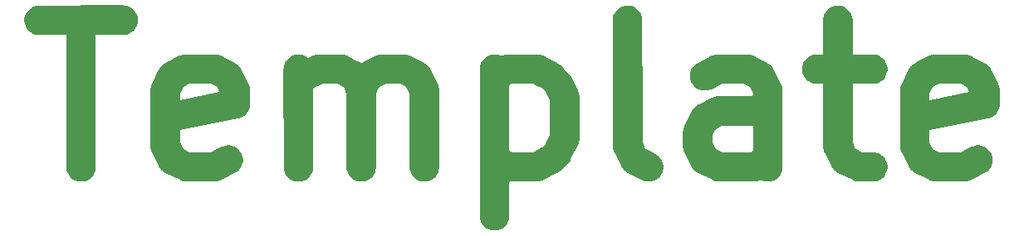
<source format=gbr>
%TF.GenerationSoftware,KiCad,Pcbnew,8.99.0-77eaa75db1*%
%TF.CreationDate,2024-04-05T00:54:02+02:00*%
%TF.ProjectId,template,74656d70-6c61-4746-952e-6b696361645f,0.1.0*%
%TF.SameCoordinates,Original*%
%TF.FileFunction,Soldermask,Top*%
%TF.FilePolarity,Negative*%
%FSLAX46Y46*%
G04 Gerber Fmt 4.6, Leading zero omitted, Abs format (unit mm)*
G04 Created by KiCad (PCBNEW 8.99.0-77eaa75db1) date 2024-04-05 00:54:02*
%MOMM*%
%LPD*%
G01*
G04 APERTURE LIST*
G04 APERTURE END LIST*
G36*
X161785909Y-79503289D02*
G01*
X161786415Y-79503308D01*
X161786421Y-79503309D01*
X161882925Y-79507100D01*
X161884088Y-79507118D01*
X161892009Y-79507059D01*
X161892791Y-79507115D01*
X161894758Y-79507410D01*
X161894789Y-79507413D01*
X161894793Y-79507414D01*
X161897548Y-79507674D01*
X161902097Y-79507853D01*
X161902110Y-79507854D01*
X161903599Y-79507913D01*
X161904184Y-79507971D01*
X161905642Y-79508201D01*
X161905653Y-79508203D01*
X162014770Y-79525485D01*
X162123564Y-79541870D01*
X162123585Y-79541875D01*
X162125544Y-79542170D01*
X162126307Y-79542347D01*
X162128211Y-79542949D01*
X162128218Y-79542951D01*
X162129586Y-79543383D01*
X162133256Y-79544250D01*
X162134681Y-79544476D01*
X162134699Y-79544480D01*
X162136664Y-79544792D01*
X162137426Y-79544975D01*
X162139321Y-79545590D01*
X162139322Y-79545591D01*
X162243960Y-79579589D01*
X162348838Y-79612788D01*
X162348842Y-79612789D01*
X162350710Y-79613381D01*
X162351425Y-79613670D01*
X162353179Y-79614541D01*
X162353182Y-79614542D01*
X162354630Y-79615261D01*
X162358074Y-79616667D01*
X162359383Y-79617092D01*
X162359396Y-79617097D01*
X162361283Y-79617711D01*
X162362008Y-79618011D01*
X162432979Y-79654172D01*
X163190891Y-80030577D01*
X163884566Y-80375080D01*
X163887329Y-80376452D01*
X163887515Y-80376549D01*
X163887980Y-80376805D01*
X163887988Y-80376809D01*
X163989392Y-80432590D01*
X163989403Y-80432596D01*
X163990712Y-80433317D01*
X163991210Y-80433631D01*
X163992415Y-80434493D01*
X163992436Y-80434506D01*
X163994006Y-80435629D01*
X163997242Y-80437595D01*
X163998519Y-80438246D01*
X163998529Y-80438252D01*
X164000303Y-80439156D01*
X164000972Y-80439566D01*
X164002577Y-80440732D01*
X164002585Y-80440737D01*
X164091508Y-80505344D01*
X164181046Y-80569364D01*
X164181062Y-80569377D01*
X164182678Y-80570533D01*
X164183279Y-80571038D01*
X164185724Y-80573446D01*
X164188610Y-80575893D01*
X164191396Y-80577917D01*
X164191978Y-80578412D01*
X164193349Y-80579772D01*
X164193355Y-80579777D01*
X164562738Y-80946144D01*
X164992752Y-81372647D01*
X164992903Y-81372803D01*
X165072852Y-81459291D01*
X165073225Y-81459746D01*
X165075239Y-81462519D01*
X165077690Y-81465412D01*
X165080105Y-81467863D01*
X165080610Y-81468464D01*
X165145748Y-81559566D01*
X165211576Y-81650170D01*
X165211986Y-81650839D01*
X165212888Y-81652610D01*
X165213539Y-81653888D01*
X165215518Y-81657146D01*
X165217511Y-81659933D01*
X165217910Y-81660593D01*
X165296013Y-81815752D01*
X165318845Y-81860562D01*
X165319146Y-81861289D01*
X165319517Y-81862433D01*
X165319582Y-81862575D01*
X165988726Y-83191888D01*
X165988736Y-83191910D01*
X165988963Y-83192360D01*
X165989053Y-83192549D01*
X165989261Y-83193011D01*
X165989277Y-83193043D01*
X166029027Y-83281020D01*
X166029544Y-83282096D01*
X166032223Y-83287353D01*
X166033130Y-83289133D01*
X166033430Y-83289858D01*
X166034043Y-83291746D01*
X166034052Y-83291768D01*
X166035051Y-83294352D01*
X166036935Y-83298520D01*
X166036941Y-83298535D01*
X166037549Y-83299881D01*
X166037760Y-83300431D01*
X166038210Y-83301853D01*
X166071571Y-83407243D01*
X166085300Y-83449499D01*
X166106166Y-83513715D01*
X166106350Y-83514478D01*
X166106887Y-83517878D01*
X166107759Y-83521569D01*
X166108794Y-83524834D01*
X166108971Y-83525598D01*
X166125640Y-83636277D01*
X166143170Y-83746957D01*
X166143232Y-83747734D01*
X166143235Y-83751226D01*
X166143517Y-83754979D01*
X166144026Y-83758350D01*
X166144082Y-83759133D01*
X166143345Y-83856105D01*
X166147856Y-88151137D01*
X166147852Y-88151338D01*
X166146383Y-88188691D01*
X166144040Y-88248352D01*
X166144021Y-88249545D01*
X166144082Y-88257436D01*
X166144026Y-88258220D01*
X166143726Y-88260206D01*
X166143724Y-88260239D01*
X166143465Y-88262976D01*
X166143228Y-88269027D01*
X166143170Y-88269613D01*
X166142935Y-88271090D01*
X166142936Y-88271090D01*
X166125657Y-88380181D01*
X166125654Y-88380196D01*
X166125655Y-88380197D01*
X166108972Y-88490972D01*
X166108795Y-88491737D01*
X166107757Y-88495011D01*
X166106886Y-88498701D01*
X166106350Y-88502092D01*
X166106166Y-88502855D01*
X166099685Y-88522801D01*
X166071592Y-88609258D01*
X166071593Y-88609259D01*
X166037761Y-88716138D01*
X166037472Y-88716853D01*
X166035877Y-88720062D01*
X166034468Y-88723515D01*
X166033430Y-88726712D01*
X166033130Y-88727437D01*
X165996982Y-88798380D01*
X165274690Y-90252758D01*
X165274593Y-90252944D01*
X165217825Y-90356140D01*
X165217511Y-90356638D01*
X165215517Y-90359424D01*
X165213543Y-90362673D01*
X165211986Y-90365732D01*
X165211576Y-90366401D01*
X165145748Y-90457004D01*
X165080610Y-90548107D01*
X165080105Y-90548708D01*
X165077697Y-90551150D01*
X165075236Y-90554054D01*
X165073226Y-90556824D01*
X165072730Y-90557407D01*
X164278495Y-91358181D01*
X164278339Y-91358332D01*
X164191851Y-91438281D01*
X164191395Y-91438655D01*
X164188625Y-91440665D01*
X164185721Y-91443126D01*
X164183279Y-91445534D01*
X164182678Y-91446039D01*
X164132440Y-91481957D01*
X164091574Y-91511176D01*
X164091575Y-91511177D01*
X164000972Y-91577005D01*
X164000303Y-91577415D01*
X163997244Y-91578972D01*
X163993995Y-91580946D01*
X163991209Y-91582940D01*
X163990549Y-91583339D01*
X163917159Y-91620280D01*
X163835398Y-91661437D01*
X163835396Y-91661437D01*
X163835397Y-91661438D01*
X163790580Y-91684274D01*
X163789852Y-91684575D01*
X163788717Y-91684942D01*
X163788563Y-91685013D01*
X162505327Y-92330962D01*
X162458781Y-92354392D01*
X162458592Y-92354483D01*
X162370116Y-92394457D01*
X162369039Y-92394975D01*
X162362008Y-92398559D01*
X162361283Y-92398859D01*
X162359387Y-92399473D01*
X162359378Y-92399478D01*
X162356784Y-92400481D01*
X162354953Y-92401308D01*
X162351259Y-92402978D01*
X162350709Y-92403189D01*
X162244007Y-92436964D01*
X162164252Y-92462878D01*
X162137426Y-92471595D01*
X162136663Y-92471779D01*
X162133265Y-92472316D01*
X162129580Y-92473185D01*
X162126307Y-92474223D01*
X162125543Y-92474400D01*
X162014826Y-92491075D01*
X162014825Y-92491074D01*
X162014810Y-92491077D01*
X161961755Y-92499479D01*
X161904184Y-92508599D01*
X161903409Y-92508661D01*
X161899890Y-92508665D01*
X161896134Y-92508950D01*
X161892792Y-92509455D01*
X161892008Y-92509511D01*
X161801025Y-92508820D01*
X159033642Y-92513121D01*
X159003939Y-92542879D01*
X159004484Y-94326434D01*
X159004999Y-96008283D01*
X159004995Y-96008481D01*
X159000371Y-96126170D01*
X159000313Y-96126756D01*
X158963492Y-96359235D01*
X158963309Y-96359998D01*
X158890573Y-96583855D01*
X158890273Y-96584580D01*
X158783414Y-96794303D01*
X158783004Y-96794972D01*
X158644653Y-96985396D01*
X158644144Y-96985993D01*
X158477707Y-97152430D01*
X158477110Y-97152939D01*
X158286686Y-97291290D01*
X158286017Y-97291700D01*
X158076294Y-97398559D01*
X158075569Y-97398859D01*
X157851712Y-97471595D01*
X157850949Y-97471778D01*
X157618470Y-97508599D01*
X157617688Y-97508661D01*
X157615697Y-97508661D01*
X157384301Y-97508661D01*
X157382310Y-97508661D01*
X157381528Y-97508599D01*
X157149049Y-97471778D01*
X157148286Y-97471595D01*
X156924429Y-97398859D01*
X156923704Y-97398559D01*
X156713981Y-97291700D01*
X156713312Y-97291290D01*
X156711693Y-97290114D01*
X156711690Y-97290112D01*
X156608254Y-97214961D01*
X156522888Y-97152939D01*
X156522291Y-97152430D01*
X156355854Y-96985993D01*
X156355345Y-96985396D01*
X156338904Y-96962767D01*
X156218171Y-96796593D01*
X156218167Y-96796586D01*
X156216994Y-96794972D01*
X156216584Y-96794303D01*
X156109725Y-96584580D01*
X156109425Y-96583855D01*
X156036689Y-96359998D01*
X156036506Y-96359235D01*
X155999685Y-96126756D01*
X155999623Y-96125976D01*
X155999586Y-96007800D01*
X155995507Y-82668874D01*
X159000918Y-82668874D01*
X159001922Y-85953161D01*
X159002960Y-89347842D01*
X159018205Y-89372425D01*
X159132116Y-89428997D01*
X159284081Y-89504467D01*
X159295571Y-89507154D01*
X160415711Y-89505413D01*
X161430709Y-89503835D01*
X161442243Y-89501087D01*
X162326434Y-89056007D01*
X162333091Y-89051175D01*
X162367396Y-89016588D01*
X162435832Y-88947588D01*
X162695516Y-88685766D01*
X162700262Y-88679135D01*
X162734922Y-88609345D01*
X163139285Y-87795134D01*
X163141970Y-87783662D01*
X163141605Y-87436872D01*
X163140042Y-85948397D01*
X163138227Y-84220091D01*
X163135478Y-84208542D01*
X162690577Y-83324705D01*
X162685745Y-83318048D01*
X162669416Y-83301853D01*
X162588916Y-83222010D01*
X162320337Y-82955625D01*
X162313708Y-82950880D01*
X161696504Y-82644356D01*
X161430201Y-82512101D01*
X161418711Y-82509414D01*
X160298570Y-82511154D01*
X159283574Y-82512732D01*
X159272041Y-82515481D01*
X159016020Y-82644356D01*
X159000918Y-82668874D01*
X155995507Y-82668874D01*
X155994999Y-81008769D01*
X155994999Y-81008761D01*
X155994999Y-81008287D01*
X155995003Y-81008089D01*
X155995020Y-81007648D01*
X155995021Y-81007612D01*
X155999568Y-80891887D01*
X155999568Y-80891877D01*
X155999627Y-80890400D01*
X155999685Y-80889814D01*
X156020911Y-80755796D01*
X156036195Y-80659295D01*
X156036196Y-80659288D01*
X156036506Y-80657335D01*
X156036689Y-80656572D01*
X156059658Y-80585881D01*
X156108810Y-80434606D01*
X156108812Y-80434599D01*
X156109425Y-80432715D01*
X156109725Y-80431990D01*
X156110625Y-80430221D01*
X156110630Y-80430212D01*
X156215673Y-80224053D01*
X156215678Y-80224043D01*
X156216584Y-80222267D01*
X156216994Y-80221598D01*
X156218163Y-80219988D01*
X156218171Y-80219976D01*
X156354171Y-80032789D01*
X156354175Y-80032784D01*
X156355345Y-80031174D01*
X156355854Y-80030577D01*
X156357264Y-80029166D01*
X156357270Y-80029160D01*
X156520874Y-79865556D01*
X156520880Y-79865550D01*
X156522291Y-79864140D01*
X156522888Y-79863631D01*
X156524498Y-79862461D01*
X156524503Y-79862457D01*
X156711690Y-79726457D01*
X156711702Y-79726449D01*
X156713312Y-79725280D01*
X156713981Y-79724870D01*
X156715757Y-79723964D01*
X156715767Y-79723959D01*
X156921926Y-79618916D01*
X156921935Y-79618911D01*
X156923704Y-79618011D01*
X156924429Y-79617711D01*
X156926313Y-79617098D01*
X156926320Y-79617096D01*
X157146396Y-79545589D01*
X157146397Y-79545588D01*
X157148286Y-79544975D01*
X157149049Y-79544792D01*
X157151002Y-79544482D01*
X157151009Y-79544481D01*
X157379566Y-79508281D01*
X157379575Y-79508280D01*
X157381528Y-79507971D01*
X157382310Y-79507909D01*
X157617688Y-79507909D01*
X157618470Y-79507971D01*
X157620423Y-79508280D01*
X157620431Y-79508281D01*
X157848988Y-79544481D01*
X157848992Y-79544482D01*
X157850949Y-79544792D01*
X157851712Y-79544975D01*
X157957743Y-79579426D01*
X158073677Y-79617096D01*
X158073679Y-79617097D01*
X158075569Y-79617711D01*
X158076294Y-79618011D01*
X158078066Y-79618914D01*
X158078071Y-79618916D01*
X158142864Y-79651929D01*
X158196842Y-79679433D01*
X158221101Y-79679493D01*
X158255037Y-79662412D01*
X158255058Y-79662401D01*
X158255503Y-79662178D01*
X158255692Y-79662088D01*
X158256155Y-79661879D01*
X158344138Y-79622124D01*
X158345207Y-79621611D01*
X158350492Y-79618918D01*
X158350509Y-79618910D01*
X158352276Y-79618011D01*
X158353000Y-79617711D01*
X158354895Y-79617094D01*
X158354927Y-79617081D01*
X158354951Y-79617074D01*
X158357511Y-79616081D01*
X158359325Y-79615262D01*
X158363025Y-79613591D01*
X158363574Y-79613381D01*
X158365447Y-79612788D01*
X158470322Y-79579589D01*
X158574964Y-79545590D01*
X158574968Y-79545588D01*
X158576858Y-79544975D01*
X158577620Y-79544792D01*
X158579571Y-79544482D01*
X158579598Y-79544476D01*
X158581025Y-79544250D01*
X158584691Y-79543385D01*
X158586074Y-79542948D01*
X158586083Y-79542945D01*
X158587977Y-79542347D01*
X158588740Y-79542170D01*
X158590690Y-79541876D01*
X158590713Y-79541871D01*
X158699532Y-79525482D01*
X158808155Y-79508278D01*
X158808168Y-79508276D01*
X158810100Y-79507971D01*
X158810874Y-79507909D01*
X158812849Y-79507905D01*
X158812858Y-79507905D01*
X158814394Y-79507902D01*
X158818125Y-79507620D01*
X158819512Y-79507411D01*
X158819536Y-79507409D01*
X158821492Y-79507115D01*
X158822275Y-79507059D01*
X158913255Y-79507747D01*
X161785186Y-79503285D01*
X161785224Y-79503285D01*
X161785705Y-79503285D01*
X161785909Y-79503289D01*
G37*
G36*
X128928766Y-79503289D02*
G01*
X128929272Y-79503308D01*
X128929278Y-79503309D01*
X129025782Y-79507100D01*
X129026945Y-79507118D01*
X129034866Y-79507059D01*
X129035648Y-79507115D01*
X129037615Y-79507410D01*
X129037646Y-79507413D01*
X129037650Y-79507414D01*
X129040405Y-79507674D01*
X129044954Y-79507853D01*
X129044967Y-79507854D01*
X129046456Y-79507913D01*
X129047041Y-79507971D01*
X129048499Y-79508201D01*
X129048510Y-79508203D01*
X129157627Y-79525485D01*
X129266421Y-79541870D01*
X129266442Y-79541875D01*
X129268401Y-79542170D01*
X129269164Y-79542347D01*
X129271068Y-79542949D01*
X129271075Y-79542951D01*
X129272443Y-79543383D01*
X129276113Y-79544250D01*
X129277538Y-79544476D01*
X129277556Y-79544480D01*
X129279521Y-79544792D01*
X129280283Y-79544975D01*
X129282178Y-79545590D01*
X129282179Y-79545591D01*
X129386817Y-79579589D01*
X129491695Y-79612788D01*
X129491699Y-79612789D01*
X129493567Y-79613381D01*
X129494282Y-79613670D01*
X129496036Y-79614541D01*
X129496039Y-79614542D01*
X129497487Y-79615261D01*
X129500931Y-79616667D01*
X129502240Y-79617092D01*
X129502253Y-79617097D01*
X129504140Y-79617711D01*
X129504865Y-79618011D01*
X129575836Y-79654172D01*
X130333748Y-80030577D01*
X131027423Y-80375080D01*
X131030186Y-80376452D01*
X131030372Y-80376549D01*
X131030837Y-80376805D01*
X131030845Y-80376809D01*
X131132257Y-80432595D01*
X131132260Y-80432597D01*
X131133569Y-80433317D01*
X131134067Y-80433631D01*
X131135274Y-80434494D01*
X131135282Y-80434499D01*
X131141600Y-80439015D01*
X131144670Y-80440896D01*
X131148751Y-80443016D01*
X131152879Y-80445159D01*
X131153545Y-80445574D01*
X131239015Y-80508669D01*
X131239064Y-80508705D01*
X131323915Y-80569374D01*
X131323920Y-80569378D01*
X131325535Y-80570533D01*
X131326135Y-80571038D01*
X131327551Y-80572433D01*
X131327557Y-80572438D01*
X131332725Y-80577528D01*
X131335460Y-80579864D01*
X131342914Y-80585367D01*
X131343506Y-80585881D01*
X131418112Y-80661628D01*
X131493832Y-80736207D01*
X131494346Y-80736799D01*
X131499845Y-80744249D01*
X131502175Y-80746976D01*
X131508675Y-80753576D01*
X131509180Y-80754177D01*
X131570997Y-80840633D01*
X131634139Y-80926167D01*
X131634554Y-80926834D01*
X131635472Y-80928603D01*
X131638813Y-80935041D01*
X131640700Y-80938119D01*
X131644942Y-80944051D01*
X131644945Y-80944056D01*
X131646082Y-80945646D01*
X131646481Y-80946306D01*
X131704591Y-81061747D01*
X131743002Y-81135738D01*
X131743307Y-81136461D01*
X131743936Y-81138350D01*
X131744891Y-81141215D01*
X131746303Y-81144610D01*
X132417298Y-82477601D01*
X132417308Y-82477623D01*
X132417535Y-82478073D01*
X132417625Y-82478262D01*
X132417833Y-82478724D01*
X132417849Y-82478756D01*
X132457603Y-82566742D01*
X132458120Y-82567818D01*
X132460268Y-82572033D01*
X132461702Y-82574847D01*
X132462003Y-82575573D01*
X132462621Y-82577477D01*
X132462629Y-82577496D01*
X132463628Y-82580076D01*
X132465023Y-82583164D01*
X132466121Y-82585594D01*
X132466332Y-82586144D01*
X132498997Y-82689337D01*
X132500117Y-82692876D01*
X132510318Y-82724272D01*
X132534738Y-82799429D01*
X132534921Y-82800192D01*
X132535417Y-82803329D01*
X132535456Y-82803573D01*
X132536326Y-82807262D01*
X132537366Y-82810547D01*
X132537543Y-82811311D01*
X132554215Y-82922011D01*
X132571742Y-83032671D01*
X132571804Y-83033438D01*
X132571809Y-83035393D01*
X132571815Y-83037032D01*
X132572099Y-83040749D01*
X132572261Y-83041833D01*
X132572598Y-83044063D01*
X132572654Y-83044846D01*
X132572068Y-83121957D01*
X132576428Y-84579699D01*
X132576424Y-84579910D01*
X132575221Y-84610503D01*
X132574789Y-84621498D01*
X132574791Y-84623521D01*
X132575128Y-84631892D01*
X132575328Y-84636834D01*
X132575298Y-84637619D01*
X132575065Y-84639604D01*
X132575065Y-84639605D01*
X132573696Y-84651267D01*
X132573542Y-84653222D01*
X132571800Y-84697599D01*
X132571742Y-84698185D01*
X132571508Y-84699657D01*
X132571508Y-84699665D01*
X132566499Y-84731288D01*
X132558063Y-84784543D01*
X132547877Y-84871393D01*
X132547725Y-84872163D01*
X132540015Y-84899608D01*
X132539380Y-84902504D01*
X132534921Y-84930664D01*
X132534738Y-84931427D01*
X132507721Y-85014574D01*
X132484071Y-85098770D01*
X132483800Y-85099507D01*
X132471885Y-85125420D01*
X132470813Y-85128163D01*
X132462002Y-85155284D01*
X132461702Y-85156009D01*
X132442452Y-85193787D01*
X132422006Y-85233915D01*
X132385481Y-85313366D01*
X132385098Y-85314051D01*
X132383990Y-85315712D01*
X132383990Y-85315713D01*
X132369282Y-85337773D01*
X132367783Y-85340335D01*
X132363026Y-85349669D01*
X132354843Y-85365732D01*
X132354433Y-85366401D01*
X132312595Y-85423983D01*
X132303047Y-85437126D01*
X132268735Y-85488591D01*
X132254534Y-85509895D01*
X132254049Y-85510512D01*
X132238390Y-85527484D01*
X132234720Y-85531464D01*
X132232838Y-85533760D01*
X132216082Y-85556825D01*
X132215573Y-85557422D01*
X132153719Y-85619274D01*
X132094455Y-85683522D01*
X132093879Y-85684055D01*
X132092314Y-85685291D01*
X132071516Y-85701721D01*
X132069298Y-85703695D01*
X132050550Y-85722444D01*
X132049136Y-85723858D01*
X132048539Y-85724368D01*
X132023968Y-85742218D01*
X131977782Y-85775775D01*
X131962416Y-85787914D01*
X131909187Y-85829969D01*
X131908535Y-85830406D01*
X131883672Y-85844362D01*
X131881181Y-85845959D01*
X131858115Y-85862719D01*
X131857446Y-85863129D01*
X131818523Y-85882960D01*
X131779531Y-85902828D01*
X131756822Y-85915576D01*
X131703290Y-85945631D01*
X131702577Y-85945960D01*
X131688514Y-85951164D01*
X131675849Y-85955851D01*
X131673129Y-85957042D01*
X131649501Y-85969082D01*
X131647723Y-85969988D01*
X131646998Y-85970288D01*
X131605933Y-85983630D01*
X131563837Y-85997308D01*
X131481834Y-86027659D01*
X131481082Y-86027872D01*
X131471432Y-86029807D01*
X131452967Y-86033513D01*
X131450110Y-86034261D01*
X131430897Y-86040503D01*
X131423141Y-86043024D01*
X131422378Y-86043207D01*
X131338247Y-86056531D01*
X125455312Y-87236941D01*
X125432301Y-87265051D01*
X125432721Y-87795139D01*
X125433279Y-88500122D01*
X125433288Y-88510938D01*
X125436037Y-88522494D01*
X125760904Y-89167872D01*
X125772593Y-89179498D01*
X126426938Y-89504467D01*
X126438428Y-89507154D01*
X127556994Y-89505415D01*
X128573567Y-89503835D01*
X128585099Y-89501087D01*
X128996836Y-89293830D01*
X129683603Y-88948130D01*
X129683625Y-88948119D01*
X129684075Y-88947893D01*
X129684264Y-88947803D01*
X129684724Y-88947595D01*
X129684739Y-88947588D01*
X129790235Y-88899920D01*
X129790248Y-88899914D01*
X129791596Y-88899306D01*
X129792146Y-88899095D01*
X129793561Y-88898646D01*
X129793577Y-88898641D01*
X130014647Y-88828662D01*
X130014655Y-88828659D01*
X130016548Y-88828061D01*
X130017312Y-88827884D01*
X130019273Y-88827588D01*
X130019276Y-88827588D01*
X130248101Y-88793125D01*
X130248110Y-88793124D01*
X130250065Y-88792830D01*
X130250848Y-88792774D01*
X130486218Y-88794561D01*
X130487000Y-88794629D01*
X130488965Y-88794955D01*
X130488970Y-88794956D01*
X130717224Y-88832885D01*
X130717233Y-88832887D01*
X130719193Y-88833213D01*
X130719954Y-88833402D01*
X130721841Y-88834031D01*
X130721853Y-88834034D01*
X130941352Y-88907200D01*
X130941366Y-88907206D01*
X130943253Y-88907835D01*
X130943976Y-88908140D01*
X130945752Y-88909062D01*
X131151104Y-89015665D01*
X131151108Y-89015668D01*
X131152881Y-89016588D01*
X131153547Y-89017003D01*
X131342915Y-89156797D01*
X131343507Y-89157311D01*
X131508676Y-89325006D01*
X131509181Y-89325607D01*
X131646083Y-89517076D01*
X131646488Y-89517748D01*
X131751752Y-89728276D01*
X131752047Y-89729003D01*
X131823081Y-89953406D01*
X131823258Y-89954170D01*
X131823554Y-89956140D01*
X131823557Y-89956150D01*
X131858015Y-90184946D01*
X131858015Y-90184953D01*
X131858312Y-90186922D01*
X131858368Y-90187705D01*
X131856582Y-90423076D01*
X131856514Y-90423858D01*
X131817929Y-90656051D01*
X131817740Y-90656812D01*
X131817107Y-90658710D01*
X131817107Y-90658711D01*
X131744895Y-90875348D01*
X131743307Y-90880110D01*
X131743002Y-90880833D01*
X131634554Y-91089738D01*
X131634139Y-91090404D01*
X131494345Y-91279773D01*
X131493831Y-91280365D01*
X131326136Y-91445534D01*
X131325535Y-91446039D01*
X131134066Y-91582940D01*
X131133406Y-91583339D01*
X131131654Y-91584220D01*
X131131654Y-91584221D01*
X129726182Y-92291700D01*
X129601638Y-92354392D01*
X129601449Y-92354483D01*
X129512973Y-92394457D01*
X129511896Y-92394975D01*
X129504865Y-92398559D01*
X129504140Y-92398859D01*
X129502244Y-92399473D01*
X129502235Y-92399478D01*
X129499641Y-92400481D01*
X129497810Y-92401308D01*
X129494116Y-92402978D01*
X129493566Y-92403189D01*
X129386864Y-92436964D01*
X129307109Y-92462878D01*
X129280283Y-92471595D01*
X129279520Y-92471779D01*
X129276122Y-92472316D01*
X129272437Y-92473185D01*
X129269164Y-92474223D01*
X129268400Y-92474400D01*
X129157683Y-92491075D01*
X129157682Y-92491074D01*
X129157667Y-92491077D01*
X129104612Y-92499479D01*
X129047041Y-92508599D01*
X129046266Y-92508661D01*
X129042747Y-92508665D01*
X129038991Y-92508950D01*
X129035649Y-92509455D01*
X129034865Y-92509511D01*
X128943882Y-92508820D01*
X127963080Y-92510344D01*
X126071436Y-92513285D01*
X126071232Y-92513281D01*
X126029279Y-92511632D01*
X125974216Y-92509469D01*
X125973023Y-92509450D01*
X125972197Y-92509456D01*
X125965134Y-92509511D01*
X125964351Y-92509455D01*
X125962367Y-92509155D01*
X125962327Y-92509153D01*
X125959596Y-92508894D01*
X125953543Y-92508657D01*
X125952957Y-92508599D01*
X125951480Y-92508365D01*
X125951479Y-92508365D01*
X125842387Y-92491086D01*
X125842372Y-92491083D01*
X125842372Y-92491084D01*
X125731598Y-92474401D01*
X125730834Y-92474224D01*
X125727559Y-92473186D01*
X125723871Y-92472315D01*
X125720478Y-92471779D01*
X125719715Y-92471595D01*
X125682484Y-92459497D01*
X125613280Y-92437012D01*
X125506432Y-92403190D01*
X125505717Y-92402901D01*
X125502506Y-92401306D01*
X125499049Y-92399896D01*
X125498417Y-92399690D01*
X125495858Y-92398859D01*
X125495133Y-92398559D01*
X125424189Y-92362411D01*
X123969812Y-91640119D01*
X123969626Y-91640022D01*
X123866430Y-91583254D01*
X123865932Y-91582940D01*
X123864715Y-91582070D01*
X123864701Y-91582061D01*
X123858401Y-91577557D01*
X123855328Y-91575674D01*
X123850721Y-91573282D01*
X123847118Y-91571412D01*
X123846452Y-91570997D01*
X123760911Y-91507850D01*
X123760911Y-91507849D01*
X123676082Y-91447197D01*
X123676078Y-91447194D01*
X123674463Y-91446039D01*
X123673862Y-91445534D01*
X123667262Y-91439034D01*
X123664534Y-91436703D01*
X123657084Y-91431204D01*
X123656492Y-91430690D01*
X123581914Y-91354971D01*
X123506167Y-91280365D01*
X123505653Y-91279773D01*
X123500150Y-91272319D01*
X123497814Y-91269584D01*
X123492723Y-91264415D01*
X123492720Y-91264411D01*
X123491323Y-91262993D01*
X123490818Y-91262393D01*
X123489663Y-91260778D01*
X123489659Y-91260773D01*
X123428994Y-91175928D01*
X123367046Y-91092012D01*
X123367044Y-91092009D01*
X123365860Y-91090405D01*
X123365445Y-91089739D01*
X123363306Y-91085620D01*
X123361181Y-91081528D01*
X123359301Y-91078458D01*
X123355050Y-91072513D01*
X123355042Y-91072500D01*
X123353916Y-91070925D01*
X123353517Y-91070265D01*
X123352643Y-91068529D01*
X123352637Y-91068519D01*
X123295377Y-90954766D01*
X123257919Y-90882610D01*
X123256997Y-90880834D01*
X123256692Y-90880111D01*
X123256064Y-90878227D01*
X123256058Y-90878213D01*
X123255103Y-90875348D01*
X123253693Y-90871957D01*
X122582702Y-89538972D01*
X122582691Y-89538949D01*
X122582463Y-89538496D01*
X122582373Y-89538307D01*
X122542402Y-89449842D01*
X122541887Y-89448769D01*
X122539205Y-89443506D01*
X122538296Y-89441723D01*
X122537996Y-89440999D01*
X122537379Y-89439102D01*
X122537365Y-89439068D01*
X122537363Y-89439060D01*
X122536365Y-89436484D01*
X122534492Y-89432339D01*
X122534488Y-89432330D01*
X122533876Y-89430974D01*
X122533666Y-89430425D01*
X122531340Y-89423079D01*
X122499874Y-89323675D01*
X122465876Y-89219037D01*
X122465875Y-89219036D01*
X122465260Y-89217141D01*
X122465077Y-89216379D01*
X122464765Y-89214414D01*
X122464761Y-89214396D01*
X122464535Y-89212971D01*
X122463668Y-89209301D01*
X122463236Y-89207933D01*
X122463234Y-89207926D01*
X122462632Y-89206022D01*
X122462455Y-89205259D01*
X122462160Y-89203300D01*
X122462155Y-89203279D01*
X122445770Y-89094485D01*
X122428566Y-88985860D01*
X122428565Y-88985852D01*
X122428256Y-88983899D01*
X122428194Y-88983121D01*
X122428192Y-88981133D01*
X122428191Y-88981125D01*
X122428190Y-88979632D01*
X122427908Y-88975887D01*
X122427696Y-88974480D01*
X122427695Y-88974466D01*
X122427400Y-88972506D01*
X122427344Y-88971724D01*
X122427820Y-88909062D01*
X122428104Y-88871496D01*
X122425811Y-85979496D01*
X122424750Y-85953161D01*
X122424750Y-85953154D01*
X122424670Y-85951164D01*
X122424700Y-85950381D01*
X122425607Y-85942637D01*
X122425780Y-85939662D01*
X122425476Y-85556825D01*
X122424935Y-84874086D01*
X122423861Y-83518866D01*
X125429330Y-83518866D01*
X125429822Y-84138782D01*
X125467026Y-84169238D01*
X129456116Y-83368828D01*
X129478145Y-83323598D01*
X129239092Y-82848696D01*
X129227403Y-82837070D01*
X128573058Y-82512101D01*
X128561568Y-82509414D01*
X127441427Y-82511154D01*
X126426431Y-82512732D01*
X126414898Y-82515481D01*
X125768982Y-82840619D01*
X125757356Y-82852308D01*
X125432017Y-83507396D01*
X125429330Y-83518866D01*
X122423861Y-83518866D01*
X122423570Y-83151674D01*
X122423570Y-83151653D01*
X122423570Y-83151146D01*
X122423574Y-83150946D01*
X122423593Y-83150449D01*
X122423594Y-83150424D01*
X122427385Y-83053928D01*
X122427403Y-83052764D01*
X122427344Y-83044846D01*
X122427400Y-83044064D01*
X122427695Y-83042095D01*
X122427699Y-83042050D01*
X122427702Y-83042034D01*
X122427959Y-83039294D01*
X122428137Y-83034760D01*
X122428139Y-83034731D01*
X122428198Y-83033256D01*
X122428256Y-83032671D01*
X122428486Y-83031216D01*
X122428488Y-83031200D01*
X122445767Y-82922103D01*
X122462156Y-82813284D01*
X122462161Y-82813261D01*
X122462455Y-82811311D01*
X122462632Y-82810548D01*
X122463230Y-82808654D01*
X122463233Y-82808645D01*
X122463670Y-82807262D01*
X122464535Y-82803596D01*
X122464761Y-82802169D01*
X122464767Y-82802142D01*
X122465077Y-82800191D01*
X122465260Y-82799429D01*
X122465872Y-82797542D01*
X122465875Y-82797534D01*
X122499867Y-82692913D01*
X122533073Y-82588016D01*
X122533074Y-82588011D01*
X122533666Y-82586144D01*
X122533955Y-82585430D01*
X122534822Y-82583681D01*
X122534828Y-82583669D01*
X122535550Y-82582214D01*
X122536951Y-82578782D01*
X122537375Y-82577477D01*
X122537381Y-82577461D01*
X122537996Y-82575571D01*
X122538296Y-82574847D01*
X122539195Y-82573081D01*
X122539202Y-82573066D01*
X122574455Y-82503877D01*
X123296498Y-81050006D01*
X123296510Y-81049982D01*
X123296737Y-81049526D01*
X123296834Y-81049340D01*
X123319787Y-81007614D01*
X123352877Y-80947460D01*
X123352885Y-80947446D01*
X123353602Y-80946144D01*
X123353916Y-80945646D01*
X123354779Y-80944437D01*
X123354791Y-80944420D01*
X123359299Y-80938115D01*
X123361180Y-80935046D01*
X123361183Y-80935041D01*
X123362073Y-80933324D01*
X123364523Y-80928606D01*
X123364525Y-80928601D01*
X123365444Y-80926833D01*
X123365859Y-80926167D01*
X123428947Y-80840704D01*
X123489657Y-80755798D01*
X123489670Y-80755782D01*
X123490818Y-80754177D01*
X123491322Y-80753577D01*
X123492710Y-80752166D01*
X123492723Y-80752152D01*
X123497821Y-80746976D01*
X123500157Y-80744241D01*
X123504465Y-80738405D01*
X123504479Y-80738388D01*
X123505653Y-80736799D01*
X123506166Y-80736207D01*
X123507587Y-80734807D01*
X123507591Y-80734802D01*
X123581883Y-80661627D01*
X123655087Y-80587306D01*
X123655096Y-80587297D01*
X123656492Y-80585881D01*
X123657084Y-80585368D01*
X123658677Y-80584191D01*
X123658686Y-80584184D01*
X123664530Y-80579869D01*
X123667265Y-80577533D01*
X123672443Y-80572434D01*
X123672451Y-80572426D01*
X123673863Y-80571037D01*
X123674463Y-80570533D01*
X123676068Y-80569384D01*
X123676084Y-80569372D01*
X123760977Y-80508671D01*
X123765484Y-80505344D01*
X123846452Y-80445574D01*
X123847118Y-80445159D01*
X123848886Y-80444240D01*
X123848891Y-80444238D01*
X123855331Y-80440895D01*
X123858400Y-80439014D01*
X123864334Y-80434771D01*
X123864349Y-80434761D01*
X123865931Y-80433631D01*
X123866591Y-80433232D01*
X123868328Y-80432357D01*
X123868344Y-80432348D01*
X123982111Y-80375080D01*
X124054252Y-80337630D01*
X124054261Y-80337626D01*
X124056024Y-80336711D01*
X124056747Y-80336406D01*
X124058622Y-80335780D01*
X124058643Y-80335772D01*
X124061518Y-80334813D01*
X124064901Y-80333405D01*
X125397883Y-79662417D01*
X125397925Y-79662396D01*
X125398360Y-79662178D01*
X125398549Y-79662088D01*
X125398980Y-79661892D01*
X125399012Y-79661878D01*
X125486995Y-79622124D01*
X125488064Y-79621611D01*
X125493349Y-79618918D01*
X125493366Y-79618910D01*
X125495133Y-79618011D01*
X125495857Y-79617711D01*
X125497752Y-79617094D01*
X125497784Y-79617081D01*
X125497808Y-79617074D01*
X125500368Y-79616081D01*
X125502182Y-79615262D01*
X125505882Y-79613591D01*
X125506431Y-79613381D01*
X125508304Y-79612788D01*
X125613179Y-79579589D01*
X125717821Y-79545590D01*
X125717825Y-79545588D01*
X125719715Y-79544975D01*
X125720477Y-79544792D01*
X125722428Y-79544482D01*
X125722455Y-79544476D01*
X125723882Y-79544250D01*
X125727548Y-79543385D01*
X125728931Y-79542948D01*
X125728940Y-79542945D01*
X125730834Y-79542347D01*
X125731597Y-79542170D01*
X125733547Y-79541876D01*
X125733570Y-79541871D01*
X125842389Y-79525482D01*
X125951012Y-79508278D01*
X125951025Y-79508276D01*
X125952957Y-79507971D01*
X125953731Y-79507909D01*
X125955706Y-79507905D01*
X125955715Y-79507905D01*
X125957251Y-79507902D01*
X125960982Y-79507620D01*
X125962369Y-79507411D01*
X125962393Y-79507409D01*
X125964349Y-79507115D01*
X125965132Y-79507059D01*
X126056112Y-79507747D01*
X128928043Y-79503285D01*
X128928081Y-79503285D01*
X128928562Y-79503285D01*
X128928766Y-79503289D01*
G37*
G36*
X183214481Y-79503289D02*
G01*
X183214987Y-79503308D01*
X183214993Y-79503309D01*
X183311497Y-79507100D01*
X183312660Y-79507118D01*
X183320581Y-79507059D01*
X183321363Y-79507115D01*
X183323330Y-79507410D01*
X183323361Y-79507413D01*
X183323365Y-79507414D01*
X183326120Y-79507674D01*
X183330669Y-79507853D01*
X183330682Y-79507854D01*
X183332171Y-79507913D01*
X183332756Y-79507971D01*
X183334214Y-79508201D01*
X183334225Y-79508203D01*
X183443342Y-79525485D01*
X183552136Y-79541870D01*
X183552157Y-79541875D01*
X183554116Y-79542170D01*
X183554879Y-79542347D01*
X183556783Y-79542949D01*
X183556790Y-79542951D01*
X183558158Y-79543383D01*
X183561828Y-79544250D01*
X183563253Y-79544476D01*
X183563271Y-79544480D01*
X183565236Y-79544792D01*
X183565998Y-79544975D01*
X183567893Y-79545590D01*
X183567894Y-79545591D01*
X183672532Y-79579589D01*
X183777410Y-79612788D01*
X183777414Y-79612789D01*
X183779282Y-79613381D01*
X183779997Y-79613670D01*
X183781751Y-79614541D01*
X183781754Y-79614542D01*
X183783202Y-79615261D01*
X183786646Y-79616667D01*
X183787955Y-79617092D01*
X183787968Y-79617097D01*
X183789855Y-79617711D01*
X183790580Y-79618011D01*
X183861551Y-79654172D01*
X184619463Y-80030577D01*
X185313138Y-80375080D01*
X185315901Y-80376452D01*
X185316087Y-80376549D01*
X185316552Y-80376805D01*
X185316560Y-80376809D01*
X185417972Y-80432595D01*
X185417975Y-80432597D01*
X185419284Y-80433317D01*
X185419782Y-80433631D01*
X185420989Y-80434494D01*
X185420997Y-80434499D01*
X185427315Y-80439015D01*
X185430385Y-80440896D01*
X185434466Y-80443016D01*
X185438594Y-80445159D01*
X185439260Y-80445574D01*
X185524730Y-80508669D01*
X185524779Y-80508705D01*
X185609630Y-80569374D01*
X185609635Y-80569378D01*
X185611250Y-80570533D01*
X185611850Y-80571038D01*
X185613266Y-80572433D01*
X185613272Y-80572438D01*
X185618440Y-80577528D01*
X185621175Y-80579864D01*
X185628629Y-80585367D01*
X185629221Y-80585881D01*
X185703827Y-80661628D01*
X185779547Y-80736207D01*
X185780061Y-80736799D01*
X185785560Y-80744249D01*
X185787890Y-80746976D01*
X185794390Y-80753576D01*
X185794895Y-80754177D01*
X185856712Y-80840633D01*
X185919854Y-80926167D01*
X185920269Y-80926834D01*
X185921187Y-80928603D01*
X185924528Y-80935041D01*
X185926415Y-80938119D01*
X185930657Y-80944051D01*
X185930660Y-80944056D01*
X185931797Y-80945646D01*
X185932196Y-80946306D01*
X185990306Y-81061747D01*
X186028717Y-81135738D01*
X186029022Y-81136461D01*
X186029651Y-81138350D01*
X186030606Y-81141215D01*
X186032018Y-81144610D01*
X186703013Y-82477601D01*
X186703023Y-82477623D01*
X186703250Y-82478073D01*
X186703340Y-82478262D01*
X186703548Y-82478724D01*
X186703564Y-82478756D01*
X186743318Y-82566742D01*
X186743835Y-82567818D01*
X186745983Y-82572033D01*
X186747417Y-82574847D01*
X186747718Y-82575573D01*
X186748336Y-82577477D01*
X186748344Y-82577496D01*
X186749343Y-82580076D01*
X186750738Y-82583164D01*
X186751836Y-82585594D01*
X186752047Y-82586144D01*
X186784712Y-82689337D01*
X186785832Y-82692876D01*
X186796033Y-82724272D01*
X186820453Y-82799429D01*
X186820636Y-82800192D01*
X186821132Y-82803329D01*
X186821171Y-82803573D01*
X186822041Y-82807262D01*
X186823081Y-82810547D01*
X186823258Y-82811311D01*
X186839930Y-82922011D01*
X186857457Y-83032671D01*
X186857519Y-83033450D01*
X186857520Y-83036916D01*
X186857804Y-83040688D01*
X186858313Y-83044063D01*
X186858369Y-83044846D01*
X186857585Y-83148047D01*
X186858341Y-84453291D01*
X186858340Y-84453291D01*
X186858352Y-84473208D01*
X186858369Y-84473421D01*
X186858354Y-84475268D01*
X186862143Y-91008282D01*
X186862139Y-91008481D01*
X186857515Y-91126170D01*
X186857457Y-91126756D01*
X186820636Y-91359235D01*
X186820453Y-91359998D01*
X186747717Y-91583855D01*
X186747417Y-91584580D01*
X186640558Y-91794303D01*
X186640148Y-91794972D01*
X186501797Y-91985396D01*
X186501288Y-91985993D01*
X186334851Y-92152430D01*
X186334254Y-92152939D01*
X186143830Y-92291290D01*
X186143161Y-92291700D01*
X185933438Y-92398559D01*
X185932713Y-92398859D01*
X185708856Y-92471595D01*
X185708093Y-92471778D01*
X185475614Y-92508599D01*
X185474832Y-92508661D01*
X185472841Y-92508661D01*
X185241445Y-92508661D01*
X185239454Y-92508661D01*
X185238672Y-92508599D01*
X185006193Y-92471778D01*
X185005430Y-92471595D01*
X184781573Y-92398859D01*
X184780848Y-92398559D01*
X184660297Y-92337135D01*
X184636036Y-92337076D01*
X184601639Y-92354392D01*
X184601450Y-92354483D01*
X184512974Y-92394457D01*
X184511897Y-92394975D01*
X184504866Y-92398559D01*
X184504141Y-92398859D01*
X184502245Y-92399473D01*
X184502236Y-92399478D01*
X184499642Y-92400481D01*
X184497811Y-92401308D01*
X184494117Y-92402978D01*
X184493567Y-92403189D01*
X184386865Y-92436964D01*
X184307110Y-92462878D01*
X184280284Y-92471595D01*
X184279521Y-92471779D01*
X184276123Y-92472316D01*
X184272438Y-92473185D01*
X184269165Y-92474223D01*
X184268401Y-92474400D01*
X184157684Y-92491075D01*
X184157683Y-92491074D01*
X184157668Y-92491077D01*
X184115149Y-92497811D01*
X184047042Y-92508599D01*
X184046266Y-92508661D01*
X184042752Y-92508664D01*
X184039009Y-92508948D01*
X184035649Y-92509455D01*
X184034866Y-92509511D01*
X183940398Y-92508793D01*
X183265438Y-92509639D01*
X180357149Y-92513285D01*
X180356947Y-92513281D01*
X180318369Y-92511764D01*
X180259931Y-92509469D01*
X180258738Y-92509450D01*
X180257912Y-92509456D01*
X180250849Y-92509511D01*
X180250066Y-92509455D01*
X180248082Y-92509155D01*
X180248042Y-92509153D01*
X180245311Y-92508894D01*
X180239258Y-92508657D01*
X180238672Y-92508599D01*
X180237195Y-92508365D01*
X180237194Y-92508365D01*
X180128102Y-92491086D01*
X180128087Y-92491083D01*
X180128087Y-92491084D01*
X180017313Y-92474401D01*
X180016549Y-92474224D01*
X180013274Y-92473186D01*
X180009586Y-92472315D01*
X180006193Y-92471779D01*
X180005430Y-92471595D01*
X179968199Y-92459497D01*
X179898995Y-92437012D01*
X179792147Y-92403190D01*
X179791432Y-92402901D01*
X179788221Y-92401306D01*
X179784764Y-92399896D01*
X179784132Y-92399690D01*
X179781573Y-92398859D01*
X179780848Y-92398559D01*
X179709904Y-92362411D01*
X178255527Y-91640119D01*
X178255341Y-91640022D01*
X178152145Y-91583254D01*
X178151647Y-91582940D01*
X178150430Y-91582070D01*
X178150416Y-91582061D01*
X178144116Y-91577557D01*
X178141043Y-91575674D01*
X178136436Y-91573282D01*
X178132833Y-91571412D01*
X178132167Y-91570997D01*
X178046626Y-91507850D01*
X178046626Y-91507849D01*
X177961797Y-91447197D01*
X177961793Y-91447194D01*
X177960178Y-91446039D01*
X177959577Y-91445534D01*
X177952977Y-91439034D01*
X177950249Y-91436703D01*
X177942799Y-91431204D01*
X177942207Y-91430690D01*
X177867629Y-91354971D01*
X177791882Y-91280365D01*
X177791368Y-91279773D01*
X177785865Y-91272319D01*
X177783529Y-91269584D01*
X177778438Y-91264415D01*
X177778435Y-91264411D01*
X177777038Y-91262993D01*
X177776533Y-91262393D01*
X177775378Y-91260778D01*
X177775374Y-91260773D01*
X177714709Y-91175928D01*
X177652761Y-91092012D01*
X177652759Y-91092009D01*
X177651575Y-91090405D01*
X177651160Y-91089739D01*
X177649021Y-91085620D01*
X177646896Y-91081528D01*
X177645016Y-91078458D01*
X177640765Y-91072513D01*
X177640757Y-91072500D01*
X177639631Y-91070925D01*
X177639232Y-91070265D01*
X177638358Y-91068529D01*
X177638352Y-91068519D01*
X177581092Y-90954766D01*
X177543634Y-90882610D01*
X177542712Y-90880834D01*
X177542407Y-90880111D01*
X177541779Y-90878227D01*
X177541773Y-90878213D01*
X177540818Y-90875348D01*
X177539408Y-90871957D01*
X176868417Y-89538972D01*
X176868406Y-89538949D01*
X176868178Y-89538496D01*
X176868088Y-89538307D01*
X176828117Y-89449842D01*
X176827602Y-89448769D01*
X176824920Y-89443506D01*
X176824011Y-89441723D01*
X176823711Y-89440999D01*
X176823094Y-89439102D01*
X176823080Y-89439068D01*
X176823078Y-89439060D01*
X176822080Y-89436484D01*
X176820207Y-89432339D01*
X176820203Y-89432330D01*
X176819591Y-89430974D01*
X176819381Y-89430425D01*
X176817055Y-89423079D01*
X176785589Y-89323675D01*
X176751591Y-89219037D01*
X176751590Y-89219036D01*
X176750975Y-89217141D01*
X176750792Y-89216379D01*
X176750480Y-89214414D01*
X176750476Y-89214396D01*
X176750250Y-89212971D01*
X176749383Y-89209301D01*
X176748951Y-89207933D01*
X176748949Y-89207926D01*
X176748347Y-89206022D01*
X176748170Y-89205259D01*
X176747875Y-89203300D01*
X176747870Y-89203279D01*
X176731485Y-89094485D01*
X176714276Y-88985826D01*
X176714275Y-88985823D01*
X176713971Y-88983899D01*
X176713909Y-88983132D01*
X176713902Y-88981190D01*
X176713901Y-88981166D01*
X176713896Y-88979521D01*
X176713614Y-88975830D01*
X176713412Y-88974486D01*
X176713411Y-88974472D01*
X176713115Y-88972506D01*
X176713059Y-88971724D01*
X176713644Y-88894665D01*
X176713345Y-88794561D01*
X176710378Y-87802501D01*
X179716106Y-87802501D01*
X179718220Y-88509439D01*
X179720969Y-88520937D01*
X180046619Y-89167872D01*
X180058308Y-89179498D01*
X180248831Y-89274118D01*
X180712947Y-89504614D01*
X180724428Y-89507300D01*
X182245035Y-89505394D01*
X183573771Y-89503728D01*
X183585314Y-89500979D01*
X183840632Y-89372458D01*
X183855735Y-89347931D01*
X183855256Y-88522494D01*
X183854271Y-86824396D01*
X183824473Y-86794653D01*
X180711939Y-86798554D01*
X180700397Y-86801304D01*
X180054696Y-87126333D01*
X180043070Y-87138022D01*
X180008407Y-87207818D01*
X179718791Y-87790975D01*
X179716106Y-87802501D01*
X176710378Y-87802501D01*
X176709286Y-87437422D01*
X176709286Y-87437391D01*
X176709285Y-87436872D01*
X176709289Y-87436661D01*
X176709309Y-87436139D01*
X176709310Y-87436112D01*
X176713100Y-87339643D01*
X176713118Y-87338479D01*
X176713059Y-87330561D01*
X176713115Y-87329779D01*
X176713410Y-87327810D01*
X176713414Y-87327765D01*
X176713417Y-87327749D01*
X176713674Y-87325009D01*
X176713852Y-87320475D01*
X176713854Y-87320446D01*
X176713913Y-87318971D01*
X176713971Y-87318386D01*
X176714201Y-87316931D01*
X176714203Y-87316915D01*
X176731482Y-87207818D01*
X176747871Y-87098999D01*
X176747876Y-87098976D01*
X176748170Y-87097026D01*
X176748347Y-87096263D01*
X176748945Y-87094369D01*
X176748948Y-87094360D01*
X176749385Y-87092977D01*
X176750250Y-87089311D01*
X176750476Y-87087884D01*
X176750482Y-87087857D01*
X176750792Y-87085906D01*
X176750975Y-87085144D01*
X176751590Y-87083250D01*
X176785589Y-86978608D01*
X176818788Y-86873732D01*
X176818789Y-86873727D01*
X176819381Y-86871860D01*
X176819670Y-86871146D01*
X176820537Y-86869397D01*
X176820543Y-86869385D01*
X176821264Y-86867932D01*
X176822665Y-86864500D01*
X176823090Y-86863190D01*
X176823099Y-86863167D01*
X176823711Y-86861286D01*
X176824011Y-86860562D01*
X176855605Y-86798554D01*
X176860170Y-86789594D01*
X177582213Y-85335721D01*
X177582225Y-85335697D01*
X177582452Y-85335241D01*
X177582549Y-85335055D01*
X177582794Y-85334608D01*
X177582809Y-85334581D01*
X177638593Y-85233173D01*
X177638597Y-85233165D01*
X177639317Y-85231858D01*
X177639630Y-85231360D01*
X177645021Y-85223817D01*
X177646895Y-85220759D01*
X177650239Y-85214320D01*
X177650243Y-85214313D01*
X177651161Y-85212546D01*
X177651575Y-85211880D01*
X177714666Y-85126413D01*
X177775372Y-85041513D01*
X177775384Y-85041497D01*
X177776533Y-85039892D01*
X177777037Y-85039292D01*
X177778426Y-85037880D01*
X177778434Y-85037872D01*
X177783534Y-85032693D01*
X177785870Y-85029958D01*
X177790185Y-85024114D01*
X177790192Y-85024105D01*
X177791369Y-85022512D01*
X177791882Y-85021920D01*
X177793298Y-85020524D01*
X177793307Y-85020515D01*
X177867628Y-84947311D01*
X177940802Y-84873020D01*
X177940811Y-84873011D01*
X177942207Y-84871595D01*
X177942799Y-84871082D01*
X177944388Y-84869908D01*
X177944405Y-84869894D01*
X177950241Y-84865586D01*
X177952976Y-84863250D01*
X177958148Y-84858156D01*
X177958162Y-84858143D01*
X177959578Y-84856750D01*
X177960178Y-84856246D01*
X177961795Y-84855089D01*
X177961808Y-84855079D01*
X178046671Y-84794401D01*
X178060025Y-84784543D01*
X178132167Y-84731288D01*
X178132833Y-84730873D01*
X178134597Y-84729956D01*
X178134602Y-84729954D01*
X178141052Y-84726605D01*
X178144119Y-84724726D01*
X178150057Y-84720481D01*
X178150062Y-84720477D01*
X178151647Y-84719345D01*
X178152307Y-84718946D01*
X178154048Y-84718069D01*
X178154054Y-84718066D01*
X178267705Y-84660856D01*
X178339966Y-84623344D01*
X178339974Y-84623340D01*
X178341738Y-84622425D01*
X178342461Y-84622120D01*
X178344336Y-84621494D01*
X178344357Y-84621486D01*
X178347238Y-84620525D01*
X178350621Y-84619117D01*
X179683610Y-83948126D01*
X179683669Y-83948097D01*
X179684076Y-83947893D01*
X179684265Y-83947803D01*
X179684680Y-83947615D01*
X179684746Y-83947584D01*
X179772736Y-83907826D01*
X179773804Y-83907313D01*
X179779071Y-83904631D01*
X179779075Y-83904629D01*
X179780849Y-83903726D01*
X179781573Y-83903426D01*
X179783467Y-83902809D01*
X179783496Y-83902798D01*
X179783509Y-83902794D01*
X179786073Y-83901799D01*
X179791597Y-83899305D01*
X179792147Y-83899095D01*
X179793567Y-83898645D01*
X179793584Y-83898639D01*
X179899014Y-83865265D01*
X180003532Y-83831306D01*
X180003540Y-83831304D01*
X180005430Y-83830690D01*
X180006192Y-83830507D01*
X180008157Y-83830195D01*
X180008179Y-83830190D01*
X180009586Y-83829967D01*
X180013256Y-83829101D01*
X180014640Y-83828663D01*
X180014660Y-83828658D01*
X180016549Y-83828061D01*
X180017313Y-83827884D01*
X180019263Y-83827590D01*
X180019286Y-83827585D01*
X180128123Y-83811194D01*
X180236717Y-83793995D01*
X180236724Y-83793994D01*
X180238672Y-83793686D01*
X180239447Y-83793624D01*
X180241431Y-83793621D01*
X180241445Y-83793620D01*
X180242964Y-83793617D01*
X180246689Y-83793336D01*
X180248074Y-83793128D01*
X180248094Y-83793126D01*
X180250067Y-83792830D01*
X180250849Y-83792774D01*
X180345314Y-83793489D01*
X180952472Y-83792729D01*
X183573770Y-83789443D01*
X183585313Y-83786694D01*
X183837320Y-83659840D01*
X183852423Y-83635313D01*
X183852404Y-83602860D01*
X183852347Y-83505483D01*
X183849598Y-83493924D01*
X183524807Y-82848696D01*
X183513118Y-82837070D01*
X182858773Y-82512101D01*
X182847283Y-82509414D01*
X181727142Y-82511154D01*
X180712146Y-82512732D01*
X180700613Y-82515481D01*
X180564025Y-82584236D01*
X179601639Y-83068678D01*
X179601450Y-83068768D01*
X179494118Y-83117264D01*
X179493568Y-83117475D01*
X179269166Y-83188509D01*
X179268402Y-83188686D01*
X179266430Y-83188982D01*
X179266426Y-83188984D01*
X179037623Y-83223444D01*
X179037621Y-83223444D01*
X179035650Y-83223741D01*
X179034867Y-83223797D01*
X178799496Y-83222010D01*
X178798714Y-83221942D01*
X178566521Y-83183358D01*
X178565760Y-83183169D01*
X178563863Y-83182536D01*
X178563860Y-83182536D01*
X178344361Y-83109370D01*
X178344353Y-83109366D01*
X178342461Y-83108736D01*
X178341738Y-83108431D01*
X178132833Y-82999983D01*
X178132167Y-82999568D01*
X177942799Y-82859775D01*
X177942207Y-82859261D01*
X177777038Y-82691565D01*
X177776533Y-82690964D01*
X177775373Y-82689342D01*
X177775369Y-82689337D01*
X177670415Y-82542550D01*
X177639631Y-82499496D01*
X177639226Y-82498824D01*
X177638332Y-82497037D01*
X177638330Y-82497033D01*
X177534852Y-82290075D01*
X177533962Y-82288295D01*
X177533667Y-82287568D01*
X177462633Y-82063166D01*
X177462456Y-82062402D01*
X177462160Y-82060443D01*
X177462157Y-82060426D01*
X177427697Y-81831623D01*
X177427695Y-81831608D01*
X177427401Y-81829650D01*
X177427345Y-81828867D01*
X177429132Y-81593496D01*
X177429200Y-81592714D01*
X177429526Y-81590749D01*
X177429527Y-81590743D01*
X177467456Y-81362489D01*
X177467458Y-81362477D01*
X177467784Y-81360521D01*
X177467973Y-81359760D01*
X177468601Y-81357875D01*
X177468605Y-81357860D01*
X177541771Y-81138361D01*
X177541778Y-81138342D01*
X177542406Y-81136461D01*
X177542711Y-81135738D01*
X177543633Y-81133961D01*
X177650236Y-80928609D01*
X177650242Y-80928599D01*
X177651159Y-80926833D01*
X177651574Y-80926167D01*
X177652760Y-80924560D01*
X177652764Y-80924554D01*
X177790179Y-80738407D01*
X177790185Y-80738399D01*
X177791367Y-80736799D01*
X177791881Y-80736207D01*
X177793309Y-80734801D01*
X177943061Y-80587305D01*
X177959577Y-80571038D01*
X177960178Y-80570533D01*
X177961792Y-80569378D01*
X177961804Y-80569369D01*
X178150053Y-80434769D01*
X178150062Y-80434763D01*
X178151646Y-80433631D01*
X178152306Y-80433232D01*
X178154041Y-80432358D01*
X178154057Y-80432349D01*
X179683598Y-79662417D01*
X179683640Y-79662396D01*
X179684075Y-79662178D01*
X179684264Y-79662088D01*
X179684695Y-79661892D01*
X179684727Y-79661878D01*
X179772710Y-79622124D01*
X179773779Y-79621611D01*
X179779064Y-79618918D01*
X179779081Y-79618910D01*
X179780848Y-79618011D01*
X179781572Y-79617711D01*
X179783467Y-79617094D01*
X179783499Y-79617081D01*
X179783523Y-79617074D01*
X179786083Y-79616081D01*
X179787897Y-79615262D01*
X179791597Y-79613591D01*
X179792146Y-79613381D01*
X179794019Y-79612788D01*
X179898894Y-79579589D01*
X180003536Y-79545590D01*
X180003540Y-79545588D01*
X180005430Y-79544975D01*
X180006192Y-79544792D01*
X180008143Y-79544482D01*
X180008170Y-79544476D01*
X180009597Y-79544250D01*
X180013263Y-79543385D01*
X180014646Y-79542948D01*
X180014655Y-79542945D01*
X180016549Y-79542347D01*
X180017312Y-79542170D01*
X180019262Y-79541876D01*
X180019285Y-79541871D01*
X180128104Y-79525482D01*
X180236727Y-79508278D01*
X180236740Y-79508276D01*
X180238672Y-79507971D01*
X180239446Y-79507909D01*
X180241421Y-79507905D01*
X180241430Y-79507905D01*
X180242966Y-79507902D01*
X180246697Y-79507620D01*
X180248084Y-79507411D01*
X180248108Y-79507409D01*
X180250064Y-79507115D01*
X180250847Y-79507059D01*
X180341827Y-79507747D01*
X183213758Y-79503285D01*
X183213796Y-79503285D01*
X183214277Y-79503285D01*
X183214481Y-79503289D01*
G37*
G36*
X192618471Y-74507971D02*
G01*
X192620424Y-74508280D01*
X192620432Y-74508281D01*
X192848989Y-74544481D01*
X192848993Y-74544482D01*
X192850950Y-74544792D01*
X192851713Y-74544975D01*
X192957744Y-74579426D01*
X193073678Y-74617096D01*
X193073680Y-74617097D01*
X193075570Y-74617711D01*
X193076295Y-74618011D01*
X193078067Y-74618914D01*
X193078072Y-74618916D01*
X193284231Y-74723959D01*
X193284235Y-74723961D01*
X193286018Y-74724870D01*
X193286687Y-74725280D01*
X193288301Y-74726453D01*
X193288308Y-74726457D01*
X193454482Y-74847190D01*
X193477111Y-74863631D01*
X193477708Y-74864140D01*
X193644145Y-75030577D01*
X193644654Y-75031174D01*
X193783005Y-75221598D01*
X193783415Y-75222267D01*
X193890274Y-75431990D01*
X193890574Y-75432715D01*
X193963310Y-75656572D01*
X193963493Y-75657335D01*
X194000314Y-75889814D01*
X194000376Y-75890594D01*
X194001652Y-79475152D01*
X194031436Y-79504902D01*
X196070897Y-79503285D01*
X196070917Y-79503285D01*
X196071425Y-79503285D01*
X196071625Y-79503289D01*
X196072122Y-79503308D01*
X196072146Y-79503309D01*
X196187826Y-79507854D01*
X196187835Y-79507854D01*
X196189314Y-79507913D01*
X196189900Y-79507971D01*
X196191364Y-79508202D01*
X196191365Y-79508203D01*
X196420418Y-79544481D01*
X196420422Y-79544482D01*
X196422379Y-79544792D01*
X196423142Y-79544975D01*
X196529173Y-79579426D01*
X196645107Y-79617096D01*
X196645109Y-79617097D01*
X196646999Y-79617711D01*
X196647724Y-79618011D01*
X196649496Y-79618914D01*
X196649501Y-79618916D01*
X196855660Y-79723959D01*
X196855664Y-79723961D01*
X196857447Y-79724870D01*
X196858116Y-79725280D01*
X196859730Y-79726453D01*
X196859737Y-79726457D01*
X197025911Y-79847190D01*
X197048540Y-79863631D01*
X197049137Y-79864140D01*
X197215574Y-80030577D01*
X197216083Y-80031174D01*
X197354434Y-80221598D01*
X197354844Y-80222267D01*
X197461703Y-80431990D01*
X197462003Y-80432715D01*
X197534739Y-80656572D01*
X197534922Y-80657335D01*
X197571743Y-80889814D01*
X197571805Y-80890596D01*
X197571805Y-81125974D01*
X197571743Y-81126756D01*
X197534922Y-81359235D01*
X197534739Y-81359998D01*
X197462003Y-81583855D01*
X197461703Y-81584580D01*
X197354844Y-81794303D01*
X197354434Y-81794972D01*
X197216083Y-81985396D01*
X197215574Y-81985993D01*
X197049137Y-82152430D01*
X197048540Y-82152939D01*
X196858116Y-82291290D01*
X196857447Y-82291700D01*
X196647724Y-82398559D01*
X196646999Y-82398859D01*
X196423142Y-82471595D01*
X196422379Y-82471778D01*
X196189900Y-82508599D01*
X196189122Y-82508661D01*
X194032475Y-82510370D01*
X194002745Y-82540135D01*
X194004873Y-88511234D01*
X194007622Y-88522801D01*
X194332334Y-89167872D01*
X194344023Y-89179498D01*
X194548268Y-89280933D01*
X194996975Y-89503776D01*
X195008501Y-89506462D01*
X196070864Y-89503286D01*
X196070894Y-89503286D01*
X196071414Y-89503285D01*
X196071625Y-89503289D01*
X196072147Y-89503309D01*
X196072173Y-89503310D01*
X196187826Y-89507854D01*
X196187835Y-89507854D01*
X196189314Y-89507913D01*
X196189900Y-89507971D01*
X196191364Y-89508202D01*
X196191365Y-89508203D01*
X196420418Y-89544481D01*
X196420422Y-89544482D01*
X196422379Y-89544792D01*
X196423142Y-89544975D01*
X196529173Y-89579426D01*
X196645107Y-89617096D01*
X196645109Y-89617097D01*
X196646999Y-89617711D01*
X196647724Y-89618011D01*
X196649496Y-89618914D01*
X196649501Y-89618916D01*
X196855660Y-89723959D01*
X196855664Y-89723961D01*
X196857447Y-89724870D01*
X196858116Y-89725280D01*
X196859730Y-89726453D01*
X196859737Y-89726457D01*
X197025911Y-89847190D01*
X197048540Y-89863631D01*
X197049137Y-89864140D01*
X197215574Y-90030577D01*
X197216083Y-90031174D01*
X197217256Y-90032789D01*
X197349148Y-90214323D01*
X197354434Y-90221598D01*
X197354844Y-90222267D01*
X197461703Y-90431990D01*
X197462003Y-90432715D01*
X197534739Y-90656572D01*
X197534922Y-90657335D01*
X197571743Y-90889814D01*
X197571805Y-90890596D01*
X197571805Y-91125974D01*
X197571743Y-91126756D01*
X197534922Y-91359235D01*
X197534739Y-91359998D01*
X197462003Y-91583855D01*
X197461703Y-91584580D01*
X197354844Y-91794303D01*
X197354434Y-91794972D01*
X197216083Y-91985396D01*
X197215574Y-91985993D01*
X197049137Y-92152430D01*
X197048540Y-92152939D01*
X196858116Y-92291290D01*
X196857447Y-92291700D01*
X196647724Y-92398559D01*
X196646999Y-92398859D01*
X196423142Y-92471595D01*
X196422379Y-92471778D01*
X196189900Y-92508599D01*
X196189133Y-92508661D01*
X194642872Y-92513285D01*
X194642661Y-92513281D01*
X194613110Y-92512119D01*
X194545645Y-92509469D01*
X194544452Y-92509450D01*
X194543625Y-92509456D01*
X194536562Y-92509511D01*
X194535779Y-92509455D01*
X194533795Y-92509155D01*
X194533755Y-92509153D01*
X194531024Y-92508894D01*
X194524972Y-92508657D01*
X194524386Y-92508599D01*
X194522909Y-92508365D01*
X194522908Y-92508365D01*
X194413758Y-92491077D01*
X194413743Y-92491074D01*
X194413743Y-92491075D01*
X194303027Y-92474400D01*
X194302263Y-92474223D01*
X194298998Y-92473188D01*
X194295307Y-92472316D01*
X194291907Y-92471779D01*
X194291144Y-92471595D01*
X194252429Y-92459015D01*
X194184672Y-92437000D01*
X194125019Y-92418116D01*
X194077860Y-92403189D01*
X194077145Y-92402900D01*
X194073938Y-92401307D01*
X194070482Y-92399897D01*
X194069185Y-92399476D01*
X194069181Y-92399474D01*
X194067287Y-92398859D01*
X194066562Y-92398559D01*
X193995579Y-92362391D01*
X192541242Y-91640119D01*
X192541056Y-91640022D01*
X192437860Y-91583254D01*
X192437362Y-91582940D01*
X192436145Y-91582070D01*
X192436131Y-91582061D01*
X192429831Y-91577557D01*
X192426758Y-91575674D01*
X192422151Y-91573282D01*
X192418548Y-91571412D01*
X192417882Y-91570997D01*
X192332341Y-91507850D01*
X192332341Y-91507849D01*
X192247512Y-91447197D01*
X192247508Y-91447194D01*
X192245893Y-91446039D01*
X192245292Y-91445534D01*
X192238692Y-91439034D01*
X192235964Y-91436703D01*
X192228514Y-91431204D01*
X192227922Y-91430690D01*
X192153344Y-91354971D01*
X192077597Y-91280365D01*
X192077083Y-91279773D01*
X192071580Y-91272319D01*
X192069244Y-91269584D01*
X192064153Y-91264415D01*
X192064150Y-91264411D01*
X192062753Y-91262993D01*
X192062248Y-91262393D01*
X192061093Y-91260778D01*
X192061089Y-91260773D01*
X192000429Y-91175935D01*
X192000423Y-91175928D01*
X191965572Y-91128717D01*
X191938474Y-91092010D01*
X191938470Y-91092005D01*
X191937289Y-91090404D01*
X191936874Y-91089738D01*
X191932610Y-91081524D01*
X191930728Y-91078453D01*
X191926488Y-91072523D01*
X191926482Y-91072513D01*
X191925346Y-91070925D01*
X191924947Y-91070265D01*
X191924066Y-91068515D01*
X191924060Y-91068505D01*
X191866822Y-90954797D01*
X191829348Y-90882610D01*
X191828426Y-90880833D01*
X191828121Y-90880110D01*
X191827493Y-90878226D01*
X191827487Y-90878212D01*
X191826531Y-90875344D01*
X191825121Y-90871953D01*
X191154132Y-89538972D01*
X191154121Y-89538949D01*
X191153893Y-89538496D01*
X191153803Y-89538307D01*
X191113832Y-89449842D01*
X191113317Y-89448769D01*
X191110635Y-89443506D01*
X191109726Y-89441723D01*
X191109426Y-89440999D01*
X191108809Y-89439102D01*
X191108795Y-89439068D01*
X191108793Y-89439060D01*
X191107795Y-89436484D01*
X191105922Y-89432339D01*
X191105918Y-89432330D01*
X191105306Y-89430974D01*
X191105096Y-89430425D01*
X191102770Y-89423079D01*
X191071304Y-89323675D01*
X191037306Y-89219037D01*
X191037305Y-89219036D01*
X191036690Y-89217141D01*
X191036507Y-89216379D01*
X191036195Y-89214414D01*
X191036191Y-89214396D01*
X191035965Y-89212971D01*
X191035098Y-89209301D01*
X191034666Y-89207933D01*
X191034664Y-89207926D01*
X191034062Y-89206022D01*
X191033885Y-89205259D01*
X191033590Y-89203300D01*
X191033585Y-89203279D01*
X191017200Y-89094485D01*
X190999995Y-88985855D01*
X190999994Y-88985845D01*
X190999686Y-88983899D01*
X190999624Y-88983120D01*
X190999622Y-88981144D01*
X190999622Y-88981133D01*
X190999622Y-88979658D01*
X190999339Y-88975892D01*
X190999127Y-88974484D01*
X190999126Y-88974477D01*
X190998830Y-88972506D01*
X190998774Y-88971724D01*
X190999324Y-88899306D01*
X190999581Y-88865365D01*
X190997327Y-82542550D01*
X190967544Y-82512800D01*
X190747712Y-82512974D01*
X190357147Y-82513285D01*
X190356947Y-82513281D01*
X190239258Y-82508657D01*
X190238672Y-82508599D01*
X190006193Y-82471778D01*
X190005430Y-82471595D01*
X189781573Y-82398859D01*
X189780848Y-82398559D01*
X189571125Y-82291700D01*
X189570456Y-82291290D01*
X189568837Y-82290114D01*
X189568834Y-82290112D01*
X189465398Y-82214961D01*
X189380032Y-82152939D01*
X189379435Y-82152430D01*
X189212998Y-81985993D01*
X189212489Y-81985396D01*
X189122320Y-81861289D01*
X189075315Y-81796593D01*
X189075311Y-81796586D01*
X189074138Y-81794972D01*
X189073728Y-81794303D01*
X189006490Y-81662342D01*
X188967774Y-81586357D01*
X188967772Y-81586352D01*
X188966869Y-81584580D01*
X188966569Y-81583855D01*
X188893833Y-81359998D01*
X188893650Y-81359235D01*
X188893339Y-81357274D01*
X188857139Y-81128717D01*
X188857138Y-81128709D01*
X188856829Y-81126756D01*
X188856767Y-81125974D01*
X188856767Y-80890596D01*
X188856829Y-80889814D01*
X188857138Y-80887861D01*
X188857139Y-80887852D01*
X188893339Y-80659295D01*
X188893340Y-80659288D01*
X188893650Y-80657335D01*
X188893833Y-80656572D01*
X188916802Y-80585881D01*
X188965954Y-80434606D01*
X188965956Y-80434599D01*
X188966569Y-80432715D01*
X188966869Y-80431990D01*
X188967769Y-80430221D01*
X188967774Y-80430212D01*
X189072817Y-80224053D01*
X189072822Y-80224043D01*
X189073728Y-80222267D01*
X189074138Y-80221598D01*
X189075307Y-80219988D01*
X189075315Y-80219976D01*
X189211315Y-80032789D01*
X189211319Y-80032784D01*
X189212489Y-80031174D01*
X189212998Y-80030577D01*
X189214408Y-80029166D01*
X189214414Y-80029160D01*
X189378018Y-79865556D01*
X189378024Y-79865550D01*
X189379435Y-79864140D01*
X189380032Y-79863631D01*
X189381642Y-79862461D01*
X189381647Y-79862457D01*
X189568834Y-79726457D01*
X189568846Y-79726449D01*
X189570456Y-79725280D01*
X189571125Y-79724870D01*
X189572901Y-79723964D01*
X189572911Y-79723959D01*
X189779070Y-79618916D01*
X189779079Y-79618911D01*
X189780848Y-79618011D01*
X189781573Y-79617711D01*
X189783457Y-79617098D01*
X189783464Y-79617096D01*
X190003540Y-79545589D01*
X190003541Y-79545588D01*
X190005430Y-79544975D01*
X190006193Y-79544792D01*
X190008146Y-79544482D01*
X190008153Y-79544481D01*
X190236713Y-79508281D01*
X190236716Y-79508280D01*
X190238672Y-79507971D01*
X190239450Y-79507909D01*
X190241432Y-79507907D01*
X190241438Y-79507907D01*
X190640774Y-79507589D01*
X190966504Y-79507330D01*
X190996235Y-79477566D01*
X190995000Y-76008769D01*
X190995000Y-76008760D01*
X190995000Y-76008287D01*
X190995004Y-76008089D01*
X190995021Y-76007648D01*
X190995022Y-76007612D01*
X190999569Y-75891887D01*
X190999569Y-75891877D01*
X190999628Y-75890400D01*
X190999686Y-75889814D01*
X190999997Y-75887848D01*
X191036196Y-75659295D01*
X191036197Y-75659288D01*
X191036507Y-75657335D01*
X191036690Y-75656572D01*
X191037304Y-75654682D01*
X191108811Y-75434606D01*
X191108813Y-75434599D01*
X191109426Y-75432715D01*
X191109726Y-75431990D01*
X191110626Y-75430221D01*
X191110631Y-75430212D01*
X191215674Y-75224053D01*
X191215679Y-75224043D01*
X191216585Y-75222267D01*
X191216995Y-75221598D01*
X191218164Y-75219988D01*
X191218172Y-75219976D01*
X191354172Y-75032789D01*
X191354176Y-75032784D01*
X191355346Y-75031174D01*
X191355855Y-75030577D01*
X191357265Y-75029166D01*
X191357271Y-75029160D01*
X191520875Y-74865556D01*
X191520881Y-74865550D01*
X191522292Y-74864140D01*
X191522889Y-74863631D01*
X191524499Y-74862461D01*
X191524504Y-74862457D01*
X191711691Y-74726457D01*
X191711703Y-74726449D01*
X191713313Y-74725280D01*
X191713982Y-74724870D01*
X191715758Y-74723964D01*
X191715768Y-74723959D01*
X191921927Y-74618916D01*
X191921936Y-74618911D01*
X191923705Y-74618011D01*
X191924430Y-74617711D01*
X191926314Y-74617098D01*
X191926321Y-74617096D01*
X192146397Y-74545589D01*
X192146398Y-74545588D01*
X192148287Y-74544975D01*
X192149050Y-74544792D01*
X192151003Y-74544482D01*
X192151010Y-74544481D01*
X192379567Y-74508281D01*
X192379576Y-74508280D01*
X192381529Y-74507971D01*
X192382311Y-74507909D01*
X192617689Y-74507909D01*
X192618471Y-74507971D01*
G37*
G36*
X205357339Y-79503289D02*
G01*
X205357845Y-79503308D01*
X205357851Y-79503309D01*
X205454355Y-79507100D01*
X205455518Y-79507118D01*
X205463439Y-79507059D01*
X205464221Y-79507115D01*
X205466188Y-79507410D01*
X205466219Y-79507413D01*
X205466223Y-79507414D01*
X205468978Y-79507674D01*
X205473527Y-79507853D01*
X205473540Y-79507854D01*
X205475029Y-79507913D01*
X205475614Y-79507971D01*
X205477072Y-79508201D01*
X205477083Y-79508203D01*
X205586200Y-79525485D01*
X205694994Y-79541870D01*
X205695015Y-79541875D01*
X205696974Y-79542170D01*
X205697737Y-79542347D01*
X205699641Y-79542949D01*
X205699648Y-79542951D01*
X205701016Y-79543383D01*
X205704686Y-79544250D01*
X205706111Y-79544476D01*
X205706129Y-79544480D01*
X205708094Y-79544792D01*
X205708856Y-79544975D01*
X205710751Y-79545590D01*
X205710752Y-79545591D01*
X205815390Y-79579589D01*
X205920268Y-79612788D01*
X205920272Y-79612789D01*
X205922140Y-79613381D01*
X205922855Y-79613670D01*
X205924609Y-79614541D01*
X205924612Y-79614542D01*
X205926060Y-79615261D01*
X205929504Y-79616667D01*
X205930813Y-79617092D01*
X205930826Y-79617097D01*
X205932713Y-79617711D01*
X205933438Y-79618011D01*
X206004409Y-79654172D01*
X206762321Y-80030577D01*
X207455996Y-80375080D01*
X207458759Y-80376452D01*
X207458945Y-80376549D01*
X207459410Y-80376805D01*
X207459418Y-80376809D01*
X207560830Y-80432595D01*
X207560833Y-80432597D01*
X207562142Y-80433317D01*
X207562640Y-80433631D01*
X207563847Y-80434494D01*
X207563855Y-80434499D01*
X207570173Y-80439015D01*
X207573243Y-80440896D01*
X207577324Y-80443016D01*
X207581452Y-80445159D01*
X207582118Y-80445574D01*
X207667588Y-80508669D01*
X207667637Y-80508705D01*
X207752488Y-80569374D01*
X207752493Y-80569378D01*
X207754108Y-80570533D01*
X207754708Y-80571038D01*
X207756124Y-80572433D01*
X207756130Y-80572438D01*
X207761298Y-80577528D01*
X207764033Y-80579864D01*
X207771487Y-80585367D01*
X207772079Y-80585881D01*
X207846685Y-80661628D01*
X207922405Y-80736207D01*
X207922919Y-80736799D01*
X207928418Y-80744249D01*
X207930748Y-80746976D01*
X207937248Y-80753576D01*
X207937753Y-80754177D01*
X207999570Y-80840633D01*
X208062712Y-80926167D01*
X208063127Y-80926834D01*
X208064045Y-80928603D01*
X208067386Y-80935041D01*
X208069273Y-80938119D01*
X208073515Y-80944051D01*
X208073518Y-80944056D01*
X208074655Y-80945646D01*
X208075054Y-80946306D01*
X208133164Y-81061747D01*
X208171575Y-81135738D01*
X208171880Y-81136461D01*
X208172509Y-81138350D01*
X208173464Y-81141215D01*
X208174876Y-81144610D01*
X208845871Y-82477601D01*
X208845881Y-82477623D01*
X208846108Y-82478073D01*
X208846198Y-82478262D01*
X208846406Y-82478724D01*
X208846422Y-82478756D01*
X208886176Y-82566742D01*
X208886693Y-82567818D01*
X208888841Y-82572033D01*
X208890275Y-82574847D01*
X208890576Y-82575573D01*
X208891194Y-82577477D01*
X208891202Y-82577496D01*
X208892201Y-82580076D01*
X208893596Y-82583164D01*
X208894694Y-82585594D01*
X208894905Y-82586144D01*
X208927570Y-82689337D01*
X208928690Y-82692876D01*
X208938891Y-82724272D01*
X208963311Y-82799429D01*
X208963494Y-82800192D01*
X208963990Y-82803329D01*
X208964029Y-82803573D01*
X208964899Y-82807262D01*
X208965939Y-82810547D01*
X208966116Y-82811311D01*
X208982788Y-82922011D01*
X209000315Y-83032671D01*
X209000377Y-83033438D01*
X209000382Y-83035393D01*
X209000388Y-83037032D01*
X209000672Y-83040749D01*
X209000834Y-83041833D01*
X209001171Y-83044063D01*
X209001227Y-83044846D01*
X209000641Y-83121957D01*
X209005001Y-84579699D01*
X209004997Y-84579910D01*
X209003794Y-84610503D01*
X209003362Y-84621498D01*
X209003364Y-84623521D01*
X209003701Y-84631892D01*
X209003901Y-84636834D01*
X209003871Y-84637619D01*
X209003638Y-84639604D01*
X209003638Y-84639605D01*
X209002269Y-84651267D01*
X209002115Y-84653222D01*
X209000373Y-84697599D01*
X209000315Y-84698185D01*
X209000081Y-84699657D01*
X209000081Y-84699665D01*
X208995072Y-84731288D01*
X208986636Y-84784543D01*
X208976450Y-84871393D01*
X208976298Y-84872163D01*
X208968588Y-84899608D01*
X208967953Y-84902504D01*
X208963494Y-84930664D01*
X208963311Y-84931427D01*
X208936294Y-85014574D01*
X208912644Y-85098770D01*
X208912373Y-85099507D01*
X208900458Y-85125420D01*
X208899386Y-85128163D01*
X208890575Y-85155284D01*
X208890275Y-85156009D01*
X208871025Y-85193787D01*
X208850579Y-85233915D01*
X208814054Y-85313366D01*
X208813671Y-85314051D01*
X208812563Y-85315712D01*
X208812563Y-85315713D01*
X208797855Y-85337773D01*
X208796356Y-85340335D01*
X208791599Y-85349669D01*
X208783416Y-85365732D01*
X208783006Y-85366401D01*
X208741168Y-85423983D01*
X208731620Y-85437126D01*
X208697308Y-85488591D01*
X208683107Y-85509895D01*
X208682622Y-85510512D01*
X208666963Y-85527484D01*
X208663293Y-85531464D01*
X208661411Y-85533760D01*
X208644655Y-85556825D01*
X208644146Y-85557422D01*
X208582292Y-85619274D01*
X208523028Y-85683522D01*
X208522452Y-85684055D01*
X208520887Y-85685291D01*
X208500089Y-85701721D01*
X208497871Y-85703695D01*
X208479123Y-85722444D01*
X208477709Y-85723858D01*
X208477112Y-85724368D01*
X208452541Y-85742218D01*
X208406355Y-85775775D01*
X208390989Y-85787914D01*
X208337760Y-85829969D01*
X208337108Y-85830406D01*
X208312245Y-85844362D01*
X208309754Y-85845959D01*
X208286688Y-85862719D01*
X208286019Y-85863129D01*
X208247096Y-85882960D01*
X208208104Y-85902828D01*
X208185395Y-85915576D01*
X208131863Y-85945631D01*
X208131150Y-85945960D01*
X208117087Y-85951164D01*
X208104422Y-85955851D01*
X208101702Y-85957042D01*
X208078074Y-85969082D01*
X208076296Y-85969988D01*
X208075571Y-85970288D01*
X208034506Y-85983630D01*
X207992410Y-85997308D01*
X207910407Y-86027659D01*
X207909655Y-86027872D01*
X207900005Y-86029807D01*
X207881540Y-86033513D01*
X207878683Y-86034261D01*
X207859470Y-86040503D01*
X207851714Y-86043024D01*
X207850951Y-86043207D01*
X207766820Y-86056531D01*
X201883885Y-87236941D01*
X201860874Y-87265051D01*
X201861294Y-87795139D01*
X201861852Y-88500122D01*
X201861861Y-88510938D01*
X201864610Y-88522494D01*
X202189477Y-89167872D01*
X202201166Y-89179498D01*
X202855511Y-89504467D01*
X202867001Y-89507154D01*
X203985567Y-89505415D01*
X205002140Y-89503835D01*
X205013672Y-89501087D01*
X205425409Y-89293830D01*
X206112176Y-88948130D01*
X206112198Y-88948119D01*
X206112648Y-88947893D01*
X206112837Y-88947803D01*
X206113297Y-88947595D01*
X206113312Y-88947588D01*
X206218808Y-88899920D01*
X206218821Y-88899914D01*
X206220169Y-88899306D01*
X206220719Y-88899095D01*
X206222134Y-88898646D01*
X206222150Y-88898641D01*
X206443220Y-88828662D01*
X206443228Y-88828659D01*
X206445121Y-88828061D01*
X206445885Y-88827884D01*
X206447846Y-88827588D01*
X206447849Y-88827588D01*
X206676674Y-88793125D01*
X206676683Y-88793124D01*
X206678638Y-88792830D01*
X206679421Y-88792774D01*
X206914791Y-88794561D01*
X206915573Y-88794629D01*
X206917538Y-88794955D01*
X206917543Y-88794956D01*
X207145797Y-88832885D01*
X207145806Y-88832887D01*
X207147766Y-88833213D01*
X207148527Y-88833402D01*
X207150414Y-88834031D01*
X207150426Y-88834034D01*
X207369925Y-88907200D01*
X207369939Y-88907206D01*
X207371826Y-88907835D01*
X207372549Y-88908140D01*
X207374325Y-88909062D01*
X207579677Y-89015665D01*
X207579681Y-89015668D01*
X207581454Y-89016588D01*
X207582120Y-89017003D01*
X207771488Y-89156797D01*
X207772080Y-89157311D01*
X207937249Y-89325006D01*
X207937754Y-89325607D01*
X208074656Y-89517076D01*
X208075061Y-89517748D01*
X208180325Y-89728276D01*
X208180620Y-89729003D01*
X208251654Y-89953406D01*
X208251831Y-89954170D01*
X208252127Y-89956140D01*
X208252130Y-89956150D01*
X208286588Y-90184946D01*
X208286588Y-90184953D01*
X208286885Y-90186922D01*
X208286941Y-90187705D01*
X208285155Y-90423076D01*
X208285087Y-90423858D01*
X208246502Y-90656051D01*
X208246313Y-90656812D01*
X208245680Y-90658710D01*
X208245680Y-90658711D01*
X208173468Y-90875348D01*
X208171880Y-90880110D01*
X208171575Y-90880833D01*
X208063127Y-91089738D01*
X208062712Y-91090404D01*
X207922918Y-91279773D01*
X207922404Y-91280365D01*
X207754709Y-91445534D01*
X207754108Y-91446039D01*
X207562639Y-91582940D01*
X207561979Y-91583339D01*
X207560227Y-91584220D01*
X207560227Y-91584221D01*
X206154755Y-92291700D01*
X206030211Y-92354392D01*
X206030022Y-92354483D01*
X205941546Y-92394457D01*
X205940469Y-92394975D01*
X205933438Y-92398559D01*
X205932713Y-92398859D01*
X205930817Y-92399473D01*
X205930808Y-92399478D01*
X205928214Y-92400481D01*
X205926383Y-92401308D01*
X205922689Y-92402978D01*
X205922139Y-92403189D01*
X205815437Y-92436964D01*
X205735682Y-92462878D01*
X205708856Y-92471595D01*
X205708093Y-92471779D01*
X205704695Y-92472316D01*
X205701010Y-92473185D01*
X205697737Y-92474223D01*
X205696973Y-92474400D01*
X205586256Y-92491075D01*
X205586255Y-92491074D01*
X205586240Y-92491077D01*
X205533185Y-92499479D01*
X205475614Y-92508599D01*
X205474839Y-92508661D01*
X205471320Y-92508665D01*
X205467564Y-92508950D01*
X205464222Y-92509455D01*
X205463438Y-92509511D01*
X205372455Y-92508820D01*
X204391653Y-92510344D01*
X202500009Y-92513285D01*
X202499805Y-92513281D01*
X202457852Y-92511632D01*
X202402789Y-92509469D01*
X202401596Y-92509450D01*
X202400770Y-92509456D01*
X202393707Y-92509511D01*
X202392924Y-92509455D01*
X202390940Y-92509155D01*
X202390900Y-92509153D01*
X202388169Y-92508894D01*
X202382116Y-92508657D01*
X202381530Y-92508599D01*
X202380053Y-92508365D01*
X202380052Y-92508365D01*
X202270960Y-92491086D01*
X202270945Y-92491083D01*
X202270945Y-92491084D01*
X202160171Y-92474401D01*
X202159407Y-92474224D01*
X202156132Y-92473186D01*
X202152444Y-92472315D01*
X202149051Y-92471779D01*
X202148288Y-92471595D01*
X202111057Y-92459497D01*
X202041853Y-92437012D01*
X201935005Y-92403190D01*
X201934290Y-92402901D01*
X201931079Y-92401306D01*
X201927622Y-92399896D01*
X201926990Y-92399690D01*
X201924431Y-92398859D01*
X201923706Y-92398559D01*
X201852762Y-92362411D01*
X200398385Y-91640119D01*
X200398199Y-91640022D01*
X200295003Y-91583254D01*
X200294505Y-91582940D01*
X200293288Y-91582070D01*
X200293274Y-91582061D01*
X200286974Y-91577557D01*
X200283901Y-91575674D01*
X200279294Y-91573282D01*
X200275691Y-91571412D01*
X200275025Y-91570997D01*
X200189484Y-91507850D01*
X200189484Y-91507849D01*
X200104655Y-91447197D01*
X200104651Y-91447194D01*
X200103036Y-91446039D01*
X200102435Y-91445534D01*
X200095835Y-91439034D01*
X200093107Y-91436703D01*
X200085657Y-91431204D01*
X200085065Y-91430690D01*
X200010487Y-91354971D01*
X199934740Y-91280365D01*
X199934226Y-91279773D01*
X199928723Y-91272319D01*
X199926387Y-91269584D01*
X199921296Y-91264415D01*
X199921293Y-91264411D01*
X199919896Y-91262993D01*
X199919391Y-91262393D01*
X199918236Y-91260778D01*
X199918232Y-91260773D01*
X199857567Y-91175928D01*
X199795619Y-91092012D01*
X199795617Y-91092009D01*
X199794433Y-91090405D01*
X199794018Y-91089739D01*
X199791879Y-91085620D01*
X199789754Y-91081528D01*
X199787874Y-91078458D01*
X199783623Y-91072513D01*
X199783615Y-91072500D01*
X199782489Y-91070925D01*
X199782090Y-91070265D01*
X199781216Y-91068529D01*
X199781210Y-91068519D01*
X199723950Y-90954766D01*
X199686492Y-90882610D01*
X199685570Y-90880834D01*
X199685265Y-90880111D01*
X199684637Y-90878227D01*
X199684631Y-90878213D01*
X199683676Y-90875348D01*
X199682266Y-90871957D01*
X199011275Y-89538972D01*
X199011264Y-89538949D01*
X199011036Y-89538496D01*
X199010946Y-89538307D01*
X198970975Y-89449842D01*
X198970460Y-89448769D01*
X198967778Y-89443506D01*
X198966869Y-89441723D01*
X198966569Y-89440999D01*
X198965952Y-89439102D01*
X198965938Y-89439068D01*
X198965936Y-89439060D01*
X198964938Y-89436484D01*
X198963065Y-89432339D01*
X198963061Y-89432330D01*
X198962449Y-89430974D01*
X198962239Y-89430425D01*
X198959913Y-89423079D01*
X198928447Y-89323675D01*
X198894449Y-89219037D01*
X198894448Y-89219036D01*
X198893833Y-89217141D01*
X198893650Y-89216379D01*
X198893338Y-89214414D01*
X198893334Y-89214396D01*
X198893108Y-89212971D01*
X198892241Y-89209301D01*
X198891809Y-89207933D01*
X198891807Y-89207926D01*
X198891205Y-89206022D01*
X198891028Y-89205259D01*
X198890733Y-89203300D01*
X198890728Y-89203279D01*
X198874343Y-89094485D01*
X198857139Y-88985860D01*
X198857138Y-88985852D01*
X198856829Y-88983899D01*
X198856767Y-88983121D01*
X198856765Y-88981133D01*
X198856764Y-88981125D01*
X198856763Y-88979632D01*
X198856481Y-88975887D01*
X198856269Y-88974480D01*
X198856268Y-88974466D01*
X198855973Y-88972506D01*
X198855917Y-88971724D01*
X198856393Y-88909062D01*
X198856677Y-88871496D01*
X198854384Y-85979496D01*
X198853323Y-85953161D01*
X198853323Y-85953154D01*
X198853243Y-85951164D01*
X198853273Y-85950381D01*
X198854180Y-85942637D01*
X198854353Y-85939662D01*
X198854049Y-85556825D01*
X198853508Y-84874086D01*
X198852434Y-83518866D01*
X201857903Y-83518866D01*
X201858395Y-84138782D01*
X201895599Y-84169238D01*
X205884689Y-83368828D01*
X205906718Y-83323598D01*
X205667665Y-82848696D01*
X205655976Y-82837070D01*
X205001631Y-82512101D01*
X204990141Y-82509414D01*
X203870000Y-82511154D01*
X202855004Y-82512732D01*
X202843471Y-82515481D01*
X202197555Y-82840619D01*
X202185929Y-82852308D01*
X201860590Y-83507396D01*
X201857903Y-83518866D01*
X198852434Y-83518866D01*
X198852143Y-83151674D01*
X198852143Y-83151653D01*
X198852143Y-83151146D01*
X198852147Y-83150946D01*
X198852166Y-83150449D01*
X198852167Y-83150424D01*
X198855958Y-83053928D01*
X198855976Y-83052764D01*
X198855917Y-83044846D01*
X198855973Y-83044064D01*
X198856268Y-83042095D01*
X198856272Y-83042050D01*
X198856275Y-83042034D01*
X198856532Y-83039294D01*
X198856710Y-83034760D01*
X198856712Y-83034731D01*
X198856771Y-83033256D01*
X198856829Y-83032671D01*
X198857059Y-83031216D01*
X198857061Y-83031200D01*
X198874340Y-82922103D01*
X198890729Y-82813284D01*
X198890734Y-82813261D01*
X198891028Y-82811311D01*
X198891205Y-82810548D01*
X198891803Y-82808654D01*
X198891806Y-82808645D01*
X198892243Y-82807262D01*
X198893108Y-82803596D01*
X198893334Y-82802169D01*
X198893340Y-82802142D01*
X198893650Y-82800191D01*
X198893833Y-82799429D01*
X198894445Y-82797542D01*
X198894448Y-82797534D01*
X198928440Y-82692913D01*
X198961646Y-82588016D01*
X198961647Y-82588011D01*
X198962239Y-82586144D01*
X198962528Y-82585430D01*
X198963395Y-82583681D01*
X198963401Y-82583669D01*
X198964123Y-82582214D01*
X198965524Y-82578782D01*
X198965948Y-82577477D01*
X198965954Y-82577461D01*
X198966569Y-82575571D01*
X198966869Y-82574847D01*
X198967768Y-82573081D01*
X198967775Y-82573066D01*
X199003028Y-82503877D01*
X199725071Y-81050006D01*
X199725083Y-81049982D01*
X199725310Y-81049526D01*
X199725407Y-81049340D01*
X199748360Y-81007614D01*
X199781450Y-80947460D01*
X199781458Y-80947446D01*
X199782175Y-80946144D01*
X199782489Y-80945646D01*
X199783352Y-80944437D01*
X199783364Y-80944420D01*
X199787872Y-80938115D01*
X199789753Y-80935046D01*
X199789756Y-80935041D01*
X199790646Y-80933324D01*
X199793096Y-80928606D01*
X199793098Y-80928601D01*
X199794017Y-80926833D01*
X199794432Y-80926167D01*
X199857520Y-80840704D01*
X199918230Y-80755798D01*
X199918243Y-80755782D01*
X199919391Y-80754177D01*
X199919895Y-80753577D01*
X199921283Y-80752166D01*
X199921296Y-80752152D01*
X199926394Y-80746976D01*
X199928730Y-80744241D01*
X199933038Y-80738405D01*
X199933052Y-80738388D01*
X199934226Y-80736799D01*
X199934739Y-80736207D01*
X199936160Y-80734807D01*
X199936164Y-80734802D01*
X200010456Y-80661627D01*
X200083660Y-80587306D01*
X200083669Y-80587297D01*
X200085065Y-80585881D01*
X200085657Y-80585368D01*
X200087250Y-80584191D01*
X200087259Y-80584184D01*
X200093103Y-80579869D01*
X200095838Y-80577533D01*
X200101016Y-80572434D01*
X200101024Y-80572426D01*
X200102436Y-80571037D01*
X200103036Y-80570533D01*
X200104641Y-80569384D01*
X200104657Y-80569372D01*
X200189550Y-80508671D01*
X200194057Y-80505344D01*
X200275025Y-80445574D01*
X200275691Y-80445159D01*
X200277459Y-80444240D01*
X200277464Y-80444238D01*
X200283904Y-80440895D01*
X200286973Y-80439014D01*
X200292907Y-80434771D01*
X200292922Y-80434761D01*
X200294504Y-80433631D01*
X200295164Y-80433232D01*
X200296901Y-80432357D01*
X200296917Y-80432348D01*
X200410684Y-80375080D01*
X200482825Y-80337630D01*
X200482834Y-80337626D01*
X200484597Y-80336711D01*
X200485320Y-80336406D01*
X200487195Y-80335780D01*
X200487216Y-80335772D01*
X200490091Y-80334813D01*
X200493474Y-80333405D01*
X201826456Y-79662417D01*
X201826498Y-79662396D01*
X201826933Y-79662178D01*
X201827122Y-79662088D01*
X201827553Y-79661892D01*
X201827585Y-79661878D01*
X201915568Y-79622124D01*
X201916637Y-79621611D01*
X201921922Y-79618918D01*
X201921939Y-79618910D01*
X201923706Y-79618011D01*
X201924430Y-79617711D01*
X201926325Y-79617094D01*
X201926357Y-79617081D01*
X201926381Y-79617074D01*
X201928941Y-79616081D01*
X201930755Y-79615262D01*
X201934455Y-79613591D01*
X201935004Y-79613381D01*
X201936877Y-79612788D01*
X202041752Y-79579589D01*
X202146394Y-79545590D01*
X202146398Y-79545588D01*
X202148288Y-79544975D01*
X202149050Y-79544792D01*
X202151001Y-79544482D01*
X202151028Y-79544476D01*
X202152455Y-79544250D01*
X202156121Y-79543385D01*
X202157504Y-79542948D01*
X202157513Y-79542945D01*
X202159407Y-79542347D01*
X202160170Y-79542170D01*
X202162120Y-79541876D01*
X202162143Y-79541871D01*
X202270962Y-79525482D01*
X202379585Y-79508278D01*
X202379598Y-79508276D01*
X202381530Y-79507971D01*
X202382304Y-79507909D01*
X202384279Y-79507905D01*
X202384288Y-79507905D01*
X202385824Y-79507902D01*
X202389555Y-79507620D01*
X202390942Y-79507411D01*
X202390966Y-79507409D01*
X202392922Y-79507115D01*
X202393705Y-79507059D01*
X202484685Y-79507747D01*
X205356616Y-79503285D01*
X205356654Y-79503285D01*
X205357135Y-79503285D01*
X205357339Y-79503289D01*
G37*
G36*
X171189899Y-74507971D02*
G01*
X171191852Y-74508280D01*
X171191860Y-74508281D01*
X171420417Y-74544481D01*
X171420421Y-74544482D01*
X171422378Y-74544792D01*
X171423141Y-74544975D01*
X171529172Y-74579426D01*
X171645106Y-74617096D01*
X171645108Y-74617097D01*
X171646998Y-74617711D01*
X171647723Y-74618011D01*
X171649495Y-74618914D01*
X171649500Y-74618916D01*
X171855659Y-74723959D01*
X171855663Y-74723961D01*
X171857446Y-74724870D01*
X171858115Y-74725280D01*
X171859729Y-74726453D01*
X171859736Y-74726457D01*
X172025910Y-74847190D01*
X172048539Y-74863631D01*
X172049136Y-74864140D01*
X172215573Y-75030577D01*
X172216082Y-75031174D01*
X172354433Y-75221598D01*
X172354843Y-75222267D01*
X172461702Y-75431990D01*
X172462002Y-75432715D01*
X172534738Y-75656572D01*
X172534921Y-75657335D01*
X172571742Y-75889814D01*
X172571804Y-75890594D01*
X172575231Y-85508232D01*
X172576301Y-88511234D01*
X172579050Y-88522801D01*
X172903762Y-89167872D01*
X172915451Y-89179498D01*
X173800243Y-89618916D01*
X173887329Y-89662166D01*
X173887515Y-89662263D01*
X173887980Y-89662519D01*
X173887988Y-89662523D01*
X173989404Y-89718311D01*
X173989409Y-89718314D01*
X173990712Y-89719031D01*
X173991210Y-89719345D01*
X174046028Y-89758540D01*
X174181051Y-89855082D01*
X174181056Y-89855086D01*
X174182678Y-89856246D01*
X174183279Y-89856751D01*
X174350975Y-90021920D01*
X174351489Y-90022512D01*
X174491282Y-90211881D01*
X174491697Y-90212547D01*
X174600145Y-90421452D01*
X174600450Y-90422175D01*
X174601080Y-90424067D01*
X174601084Y-90424075D01*
X174645988Y-90558788D01*
X174674883Y-90645474D01*
X174675072Y-90646235D01*
X174713657Y-90878427D01*
X174713725Y-90879209D01*
X174715511Y-91114580D01*
X174715455Y-91115363D01*
X174715158Y-91117334D01*
X174715158Y-91117336D01*
X174690936Y-91278164D01*
X174680400Y-91348116D01*
X174680223Y-91348880D01*
X174609189Y-91573282D01*
X174608894Y-91574009D01*
X174503630Y-91784537D01*
X174503225Y-91785209D01*
X174366324Y-91976678D01*
X174365819Y-91977279D01*
X174200650Y-92144975D01*
X174200058Y-92145489D01*
X174010689Y-92285282D01*
X174010023Y-92285697D01*
X173801118Y-92394145D01*
X173800395Y-92394450D01*
X173798497Y-92395082D01*
X173798494Y-92395084D01*
X173672893Y-92436951D01*
X173577097Y-92468883D01*
X173576336Y-92469072D01*
X173344143Y-92507656D01*
X173343361Y-92507724D01*
X173107990Y-92509511D01*
X173107207Y-92509455D01*
X173105236Y-92509158D01*
X173105233Y-92509158D01*
X172876433Y-92474698D01*
X172876431Y-92474697D01*
X172874455Y-92474400D01*
X172873691Y-92474223D01*
X172649288Y-92403189D01*
X172648573Y-92402900D01*
X171112670Y-91640119D01*
X171112484Y-91640022D01*
X171009288Y-91583254D01*
X171008790Y-91582940D01*
X171007573Y-91582070D01*
X171007559Y-91582061D01*
X171001259Y-91577557D01*
X170998186Y-91575674D01*
X170993579Y-91573282D01*
X170989976Y-91571412D01*
X170989310Y-91570997D01*
X170903769Y-91507850D01*
X170903769Y-91507849D01*
X170818940Y-91447197D01*
X170818936Y-91447194D01*
X170817321Y-91446039D01*
X170816720Y-91445534D01*
X170810120Y-91439034D01*
X170807392Y-91436703D01*
X170799942Y-91431204D01*
X170799350Y-91430690D01*
X170724772Y-91354971D01*
X170649025Y-91280365D01*
X170648511Y-91279773D01*
X170643008Y-91272319D01*
X170640672Y-91269584D01*
X170635581Y-91264415D01*
X170635578Y-91264411D01*
X170634181Y-91262993D01*
X170633676Y-91262393D01*
X170632521Y-91260778D01*
X170632517Y-91260773D01*
X170571857Y-91175935D01*
X170571851Y-91175928D01*
X170537000Y-91128717D01*
X170509902Y-91092010D01*
X170509898Y-91092005D01*
X170508717Y-91090404D01*
X170508302Y-91089738D01*
X170504038Y-91081524D01*
X170502156Y-91078453D01*
X170497916Y-91072523D01*
X170497910Y-91072513D01*
X170496774Y-91070925D01*
X170496375Y-91070265D01*
X170495494Y-91068515D01*
X170495488Y-91068505D01*
X170438250Y-90954797D01*
X170400776Y-90882610D01*
X170399854Y-90880833D01*
X170399549Y-90880110D01*
X170398921Y-90878226D01*
X170398915Y-90878212D01*
X170397959Y-90875344D01*
X170396549Y-90871953D01*
X169725560Y-89538972D01*
X169725549Y-89538949D01*
X169725321Y-89538496D01*
X169725231Y-89538307D01*
X169685260Y-89449842D01*
X169684745Y-89448769D01*
X169682063Y-89443506D01*
X169681154Y-89441723D01*
X169680854Y-89440999D01*
X169680237Y-89439102D01*
X169680223Y-89439068D01*
X169680221Y-89439060D01*
X169679223Y-89436484D01*
X169677350Y-89432339D01*
X169677346Y-89432330D01*
X169676734Y-89430974D01*
X169676524Y-89430425D01*
X169674198Y-89423079D01*
X169642732Y-89323675D01*
X169608734Y-89219037D01*
X169608733Y-89219036D01*
X169608118Y-89217141D01*
X169607935Y-89216379D01*
X169607623Y-89214414D01*
X169607619Y-89214396D01*
X169607393Y-89212971D01*
X169606526Y-89209301D01*
X169606094Y-89207933D01*
X169606092Y-89207926D01*
X169605490Y-89206022D01*
X169605313Y-89205259D01*
X169605018Y-89203300D01*
X169605013Y-89203279D01*
X169588628Y-89094485D01*
X169571423Y-88985855D01*
X169571422Y-88985845D01*
X169571114Y-88983899D01*
X169571052Y-88983120D01*
X169571050Y-88981144D01*
X169571050Y-88981133D01*
X169571050Y-88979658D01*
X169570767Y-88975892D01*
X169570555Y-88974484D01*
X169570554Y-88974477D01*
X169570258Y-88972506D01*
X169570202Y-88971724D01*
X169570752Y-88899306D01*
X169571009Y-88865365D01*
X169566428Y-76008769D01*
X169566428Y-76008760D01*
X169566428Y-76008287D01*
X169566432Y-76008089D01*
X169566449Y-76007648D01*
X169566450Y-76007612D01*
X169570997Y-75891887D01*
X169570997Y-75891877D01*
X169571056Y-75890400D01*
X169571114Y-75889814D01*
X169571425Y-75887848D01*
X169607624Y-75659295D01*
X169607625Y-75659288D01*
X169607935Y-75657335D01*
X169608118Y-75656572D01*
X169608732Y-75654682D01*
X169680239Y-75434606D01*
X169680241Y-75434599D01*
X169680854Y-75432715D01*
X169681154Y-75431990D01*
X169682054Y-75430221D01*
X169682059Y-75430212D01*
X169787102Y-75224053D01*
X169787107Y-75224043D01*
X169788013Y-75222267D01*
X169788423Y-75221598D01*
X169789592Y-75219988D01*
X169789600Y-75219976D01*
X169925600Y-75032789D01*
X169925604Y-75032784D01*
X169926774Y-75031174D01*
X169927283Y-75030577D01*
X169928693Y-75029166D01*
X169928699Y-75029160D01*
X170092303Y-74865556D01*
X170092309Y-74865550D01*
X170093720Y-74864140D01*
X170094317Y-74863631D01*
X170095927Y-74862461D01*
X170095932Y-74862457D01*
X170283119Y-74726457D01*
X170283131Y-74726449D01*
X170284741Y-74725280D01*
X170285410Y-74724870D01*
X170287186Y-74723964D01*
X170287196Y-74723959D01*
X170493355Y-74618916D01*
X170493364Y-74618911D01*
X170495133Y-74618011D01*
X170495858Y-74617711D01*
X170497742Y-74617098D01*
X170497749Y-74617096D01*
X170717825Y-74545589D01*
X170717826Y-74545588D01*
X170719715Y-74544975D01*
X170720478Y-74544792D01*
X170722431Y-74544482D01*
X170722438Y-74544481D01*
X170950995Y-74508281D01*
X170951004Y-74508280D01*
X170952957Y-74507971D01*
X170953739Y-74507909D01*
X171189117Y-74507909D01*
X171189899Y-74507971D01*
G37*
G36*
X119643053Y-74503289D02*
G01*
X119643497Y-74503306D01*
X119643526Y-74503307D01*
X119759254Y-74507854D01*
X119759263Y-74507854D01*
X119760742Y-74507913D01*
X119761328Y-74507971D01*
X119762792Y-74508202D01*
X119762793Y-74508203D01*
X119991846Y-74544481D01*
X119991850Y-74544482D01*
X119993807Y-74544792D01*
X119994570Y-74544975D01*
X120100601Y-74579426D01*
X120216535Y-74617096D01*
X120216537Y-74617097D01*
X120218427Y-74617711D01*
X120219152Y-74618011D01*
X120220924Y-74618914D01*
X120220929Y-74618916D01*
X120427088Y-74723959D01*
X120427092Y-74723961D01*
X120428875Y-74724870D01*
X120429544Y-74725280D01*
X120431158Y-74726453D01*
X120431165Y-74726457D01*
X120597339Y-74847190D01*
X120619968Y-74863631D01*
X120620565Y-74864140D01*
X120787002Y-75030577D01*
X120787511Y-75031174D01*
X120925862Y-75221598D01*
X120926272Y-75222267D01*
X121033131Y-75431990D01*
X121033431Y-75432715D01*
X121106167Y-75656572D01*
X121106350Y-75657335D01*
X121143171Y-75889814D01*
X121143233Y-75890596D01*
X121143233Y-76125974D01*
X121143171Y-76126756D01*
X121106350Y-76359235D01*
X121106167Y-76359998D01*
X121033431Y-76583855D01*
X121033131Y-76584580D01*
X120926272Y-76794303D01*
X120925862Y-76794972D01*
X120787511Y-76985396D01*
X120787002Y-76985993D01*
X120620565Y-77152430D01*
X120619968Y-77152939D01*
X120429544Y-77291290D01*
X120428875Y-77291700D01*
X120219152Y-77398559D01*
X120218427Y-77398859D01*
X119994570Y-77471595D01*
X119993807Y-77471778D01*
X119761328Y-77508599D01*
X119760549Y-77508661D01*
X116887761Y-77510189D01*
X116858022Y-77539954D01*
X116860063Y-84213989D01*
X116862142Y-91008283D01*
X116862138Y-91008481D01*
X116857514Y-91126170D01*
X116857456Y-91126756D01*
X116820635Y-91359235D01*
X116820452Y-91359998D01*
X116747716Y-91583855D01*
X116747416Y-91584580D01*
X116640557Y-91794303D01*
X116640147Y-91794972D01*
X116501796Y-91985396D01*
X116501287Y-91985993D01*
X116334850Y-92152430D01*
X116334253Y-92152939D01*
X116143829Y-92291290D01*
X116143160Y-92291700D01*
X115933437Y-92398559D01*
X115932712Y-92398859D01*
X115708855Y-92471595D01*
X115708092Y-92471778D01*
X115475613Y-92508599D01*
X115474831Y-92508661D01*
X115472840Y-92508661D01*
X115241444Y-92508661D01*
X115239453Y-92508661D01*
X115238671Y-92508599D01*
X115006192Y-92471778D01*
X115005429Y-92471595D01*
X114781572Y-92398859D01*
X114780847Y-92398559D01*
X114571124Y-92291700D01*
X114570455Y-92291290D01*
X114568836Y-92290114D01*
X114568833Y-92290112D01*
X114465397Y-92214961D01*
X114380031Y-92152939D01*
X114379434Y-92152430D01*
X114212997Y-91985993D01*
X114212488Y-91985396D01*
X114196047Y-91962767D01*
X114075314Y-91796593D01*
X114075310Y-91796586D01*
X114074137Y-91794972D01*
X114073727Y-91794303D01*
X114069921Y-91786835D01*
X113967773Y-91586357D01*
X113967771Y-91586352D01*
X113966868Y-91584580D01*
X113966568Y-91583855D01*
X113965900Y-91581801D01*
X113894446Y-91361887D01*
X113893832Y-91359998D01*
X113893649Y-91359235D01*
X113892973Y-91354971D01*
X113857139Y-91128720D01*
X113857138Y-91128711D01*
X113856828Y-91126756D01*
X113856766Y-91125976D01*
X113856762Y-91115363D01*
X113855208Y-86033513D01*
X113852610Y-77541568D01*
X113822836Y-77511820D01*
X113361862Y-77512065D01*
X111071431Y-77513285D01*
X111071232Y-77513281D01*
X110953543Y-77508657D01*
X110952957Y-77508599D01*
X110720478Y-77471778D01*
X110719715Y-77471595D01*
X110495858Y-77398859D01*
X110495133Y-77398559D01*
X110285410Y-77291700D01*
X110284741Y-77291290D01*
X110283122Y-77290114D01*
X110283119Y-77290112D01*
X110179683Y-77214961D01*
X110094317Y-77152939D01*
X110093720Y-77152430D01*
X109927283Y-76985993D01*
X109926774Y-76985396D01*
X109910333Y-76962767D01*
X109789600Y-76796593D01*
X109789596Y-76796586D01*
X109788423Y-76794972D01*
X109788013Y-76794303D01*
X109681154Y-76584580D01*
X109680854Y-76583855D01*
X109608118Y-76359998D01*
X109607935Y-76359235D01*
X109607624Y-76357274D01*
X109571424Y-76128717D01*
X109571423Y-76128709D01*
X109571114Y-76126756D01*
X109571052Y-76125974D01*
X109571052Y-75890596D01*
X109571114Y-75889814D01*
X109571423Y-75887861D01*
X109571424Y-75887852D01*
X109607624Y-75659295D01*
X109607625Y-75659288D01*
X109607935Y-75657335D01*
X109608118Y-75656572D01*
X109608732Y-75654682D01*
X109680239Y-75434606D01*
X109680241Y-75434599D01*
X109680854Y-75432715D01*
X109681154Y-75431990D01*
X109682054Y-75430221D01*
X109682059Y-75430212D01*
X109787102Y-75224053D01*
X109787107Y-75224043D01*
X109788013Y-75222267D01*
X109788423Y-75221598D01*
X109789592Y-75219988D01*
X109789600Y-75219976D01*
X109925600Y-75032789D01*
X109925604Y-75032784D01*
X109926774Y-75031174D01*
X109927283Y-75030577D01*
X109928693Y-75029166D01*
X109928699Y-75029160D01*
X110092303Y-74865556D01*
X110092309Y-74865550D01*
X110093720Y-74864140D01*
X110094317Y-74863631D01*
X110095927Y-74862461D01*
X110095932Y-74862457D01*
X110283119Y-74726457D01*
X110283131Y-74726449D01*
X110284741Y-74725280D01*
X110285410Y-74724870D01*
X110287186Y-74723964D01*
X110287196Y-74723959D01*
X110493355Y-74618916D01*
X110493364Y-74618911D01*
X110495133Y-74618011D01*
X110495858Y-74617711D01*
X110497742Y-74617098D01*
X110497749Y-74617096D01*
X110717825Y-74545589D01*
X110717826Y-74545588D01*
X110719715Y-74544975D01*
X110720478Y-74544792D01*
X110722431Y-74544482D01*
X110722438Y-74544481D01*
X110951002Y-74508280D01*
X110951010Y-74508279D01*
X110952957Y-74507971D01*
X110953736Y-74507909D01*
X110955707Y-74507907D01*
X110955720Y-74507907D01*
X119642373Y-74503285D01*
X119642386Y-74503285D01*
X119642854Y-74503285D01*
X119643053Y-74503289D01*
G37*
G36*
X148214481Y-79503289D02*
G01*
X148214944Y-79503307D01*
X148214989Y-79503308D01*
X148311497Y-79507100D01*
X148312660Y-79507118D01*
X148320581Y-79507059D01*
X148321363Y-79507115D01*
X148323330Y-79507410D01*
X148323361Y-79507413D01*
X148323365Y-79507414D01*
X148326120Y-79507674D01*
X148330669Y-79507853D01*
X148330682Y-79507854D01*
X148332171Y-79507913D01*
X148332756Y-79507971D01*
X148334214Y-79508201D01*
X148334225Y-79508203D01*
X148443342Y-79525485D01*
X148552136Y-79541870D01*
X148552157Y-79541875D01*
X148554116Y-79542170D01*
X148554879Y-79542347D01*
X148556783Y-79542949D01*
X148556790Y-79542951D01*
X148558158Y-79543383D01*
X148561828Y-79544250D01*
X148563253Y-79544476D01*
X148563271Y-79544480D01*
X148565236Y-79544792D01*
X148565998Y-79544975D01*
X148567893Y-79545591D01*
X148567898Y-79545592D01*
X148672512Y-79579582D01*
X148777411Y-79612788D01*
X148777415Y-79612789D01*
X148779283Y-79613381D01*
X148779998Y-79613670D01*
X148781750Y-79614540D01*
X148781753Y-79614541D01*
X148783205Y-79615262D01*
X148786649Y-79616668D01*
X148787957Y-79617093D01*
X148787966Y-79617096D01*
X148789855Y-79617711D01*
X148790580Y-79618011D01*
X148792351Y-79618913D01*
X148792355Y-79618915D01*
X148861588Y-79654189D01*
X150313205Y-80375113D01*
X150315901Y-80376452D01*
X150316087Y-80376549D01*
X150419283Y-80433317D01*
X150419781Y-80433631D01*
X150421372Y-80434769D01*
X150427308Y-80439013D01*
X150430378Y-80440894D01*
X150438593Y-80445159D01*
X150439259Y-80445574D01*
X150524770Y-80508698D01*
X150609630Y-80569374D01*
X150609635Y-80569378D01*
X150611250Y-80570533D01*
X150611851Y-80571038D01*
X150618447Y-80577534D01*
X150621179Y-80579867D01*
X150628628Y-80585367D01*
X150629220Y-80585881D01*
X150703811Y-80661614D01*
X150779546Y-80736207D01*
X150780060Y-80736799D01*
X150785559Y-80744249D01*
X150787889Y-80746976D01*
X150794389Y-80753576D01*
X150794894Y-80754177D01*
X150856711Y-80840633D01*
X150919853Y-80926167D01*
X150920268Y-80926834D01*
X150921186Y-80928603D01*
X150924527Y-80935041D01*
X150926414Y-80938119D01*
X150930655Y-80944050D01*
X150930656Y-80944053D01*
X150931796Y-80945646D01*
X150932195Y-80946306D01*
X150933073Y-80948051D01*
X150933077Y-80948057D01*
X150981885Y-81045019D01*
X150990316Y-81061768D01*
X151028716Y-81135739D01*
X151029021Y-81136462D01*
X151030465Y-81140798D01*
X151030604Y-81141213D01*
X151032016Y-81144608D01*
X151703012Y-82477601D01*
X151703022Y-82477623D01*
X151703249Y-82478073D01*
X151703339Y-82478262D01*
X151703547Y-82478724D01*
X151703563Y-82478756D01*
X151743317Y-82566742D01*
X151743834Y-82567818D01*
X151745982Y-82572033D01*
X151747416Y-82574847D01*
X151747717Y-82575573D01*
X151748335Y-82577477D01*
X151748343Y-82577496D01*
X151749342Y-82580076D01*
X151750737Y-82583164D01*
X151751835Y-82585594D01*
X151752046Y-82586144D01*
X151784711Y-82689337D01*
X151785831Y-82692876D01*
X151796032Y-82724272D01*
X151820452Y-82799429D01*
X151820635Y-82800192D01*
X151821131Y-82803329D01*
X151821170Y-82803573D01*
X151822040Y-82807262D01*
X151823080Y-82810547D01*
X151823257Y-82811311D01*
X151839929Y-82922011D01*
X151857456Y-83032671D01*
X151857518Y-83033450D01*
X151857519Y-83036916D01*
X151857803Y-83040688D01*
X151858312Y-83044063D01*
X151858368Y-83044846D01*
X151857584Y-83148047D01*
X151857795Y-83511825D01*
X151862142Y-91008282D01*
X151862138Y-91008481D01*
X151857514Y-91126170D01*
X151857456Y-91126756D01*
X151820635Y-91359235D01*
X151820452Y-91359998D01*
X151747716Y-91583855D01*
X151747416Y-91584580D01*
X151640557Y-91794303D01*
X151640147Y-91794972D01*
X151501796Y-91985396D01*
X151501287Y-91985993D01*
X151334850Y-92152430D01*
X151334253Y-92152939D01*
X151143829Y-92291290D01*
X151143160Y-92291700D01*
X150933437Y-92398559D01*
X150932712Y-92398859D01*
X150708855Y-92471595D01*
X150708092Y-92471778D01*
X150475613Y-92508599D01*
X150474831Y-92508661D01*
X150472840Y-92508661D01*
X150241444Y-92508661D01*
X150239453Y-92508661D01*
X150238671Y-92508599D01*
X150006192Y-92471778D01*
X150005429Y-92471595D01*
X149781572Y-92398859D01*
X149780847Y-92398559D01*
X149571124Y-92291700D01*
X149570455Y-92291290D01*
X149568836Y-92290114D01*
X149568833Y-92290112D01*
X149465397Y-92214961D01*
X149380031Y-92152939D01*
X149379434Y-92152430D01*
X149212997Y-91985993D01*
X149212488Y-91985396D01*
X149196047Y-91962767D01*
X149075314Y-91796593D01*
X149075310Y-91796586D01*
X149074137Y-91794972D01*
X149073727Y-91794303D01*
X149069921Y-91786835D01*
X148967773Y-91586357D01*
X148967771Y-91586352D01*
X148966868Y-91584580D01*
X148966568Y-91583855D01*
X148965900Y-91581801D01*
X148894446Y-91361887D01*
X148893832Y-91359998D01*
X148893649Y-91359235D01*
X148893338Y-91357274D01*
X148857137Y-91128711D01*
X148857136Y-91128702D01*
X148856828Y-91126756D01*
X148856766Y-91125977D01*
X148856764Y-91124001D01*
X148856764Y-91123991D01*
X148853609Y-85682055D01*
X148852346Y-83505484D01*
X148849597Y-83493924D01*
X148524806Y-82848697D01*
X148513117Y-82837071D01*
X148381702Y-82771805D01*
X147859245Y-82512335D01*
X147847747Y-82509650D01*
X147172443Y-82511031D01*
X146426769Y-82512558D01*
X146415246Y-82515307D01*
X145768982Y-82840619D01*
X145757356Y-82852308D01*
X145630005Y-83108736D01*
X145432966Y-83505486D01*
X145431914Y-83507603D01*
X145429228Y-83519067D01*
X145430692Y-86043518D01*
X145433571Y-91008282D01*
X145433567Y-91008481D01*
X145428943Y-91126170D01*
X145428885Y-91126756D01*
X145392064Y-91359235D01*
X145391881Y-91359998D01*
X145319145Y-91583855D01*
X145318845Y-91584580D01*
X145211986Y-91794303D01*
X145211576Y-91794972D01*
X145073225Y-91985396D01*
X145072716Y-91985993D01*
X144906279Y-92152430D01*
X144905682Y-92152939D01*
X144715258Y-92291290D01*
X144714589Y-92291700D01*
X144504866Y-92398559D01*
X144504141Y-92398859D01*
X144280284Y-92471595D01*
X144279521Y-92471778D01*
X144047042Y-92508599D01*
X144046260Y-92508661D01*
X144044269Y-92508661D01*
X143812873Y-92508661D01*
X143810882Y-92508661D01*
X143810100Y-92508599D01*
X143577621Y-92471778D01*
X143576858Y-92471595D01*
X143353001Y-92398859D01*
X143352276Y-92398559D01*
X143142553Y-92291700D01*
X143141884Y-92291290D01*
X143140265Y-92290114D01*
X143140262Y-92290112D01*
X143036826Y-92214961D01*
X142951460Y-92152939D01*
X142950863Y-92152430D01*
X142784426Y-91985993D01*
X142783917Y-91985396D01*
X142767476Y-91962767D01*
X142646743Y-91796593D01*
X142646739Y-91796586D01*
X142645566Y-91794972D01*
X142645156Y-91794303D01*
X142641350Y-91786835D01*
X142539202Y-91586357D01*
X142539200Y-91586352D01*
X142538297Y-91584580D01*
X142537997Y-91583855D01*
X142537329Y-91581801D01*
X142465875Y-91361887D01*
X142465261Y-91359998D01*
X142465078Y-91359235D01*
X142464767Y-91357274D01*
X142428566Y-91128711D01*
X142428565Y-91128702D01*
X142428257Y-91126756D01*
X142428195Y-91125977D01*
X142428193Y-91124001D01*
X142428193Y-91123991D01*
X142425038Y-85682055D01*
X142423775Y-83505484D01*
X142421026Y-83493924D01*
X142096235Y-82848696D01*
X142084546Y-82837070D01*
X141794425Y-82692986D01*
X141430674Y-82512335D01*
X141419176Y-82509650D01*
X140743872Y-82511031D01*
X139998197Y-82512558D01*
X139986674Y-82515307D01*
X139102133Y-82960563D01*
X139095476Y-82965395D01*
X139009025Y-83052558D01*
X139001370Y-83071158D01*
X139004999Y-91008283D01*
X139004995Y-91008481D01*
X139000371Y-91126170D01*
X139000313Y-91126756D01*
X138963492Y-91359235D01*
X138963309Y-91359998D01*
X138890573Y-91583855D01*
X138890273Y-91584580D01*
X138783414Y-91794303D01*
X138783004Y-91794972D01*
X138644653Y-91985396D01*
X138644144Y-91985993D01*
X138477707Y-92152430D01*
X138477110Y-92152939D01*
X138286686Y-92291290D01*
X138286017Y-92291700D01*
X138076294Y-92398559D01*
X138075569Y-92398859D01*
X137851712Y-92471595D01*
X137850949Y-92471778D01*
X137618470Y-92508599D01*
X137617688Y-92508661D01*
X137615697Y-92508661D01*
X137384301Y-92508661D01*
X137382310Y-92508661D01*
X137381528Y-92508599D01*
X137149049Y-92471778D01*
X137148286Y-92471595D01*
X136924429Y-92398859D01*
X136923704Y-92398559D01*
X136713981Y-92291700D01*
X136713312Y-92291290D01*
X136711693Y-92290114D01*
X136711690Y-92290112D01*
X136608254Y-92214961D01*
X136522888Y-92152939D01*
X136522291Y-92152430D01*
X136355854Y-91985993D01*
X136355345Y-91985396D01*
X136338904Y-91962767D01*
X136218171Y-91796593D01*
X136218167Y-91796586D01*
X136216994Y-91794972D01*
X136216584Y-91794303D01*
X136212778Y-91786835D01*
X136110630Y-91586357D01*
X136110628Y-91586352D01*
X136109725Y-91584580D01*
X136109425Y-91583855D01*
X136108757Y-91581801D01*
X136037303Y-91361887D01*
X136036689Y-91359998D01*
X136036506Y-91359235D01*
X136036195Y-91357274D01*
X135999994Y-91128710D01*
X135999993Y-91128703D01*
X135999685Y-91126756D01*
X135999623Y-91125976D01*
X135999601Y-91078453D01*
X135994999Y-81008769D01*
X135994999Y-81008757D01*
X135994999Y-81008287D01*
X135995003Y-81008089D01*
X135995020Y-81007646D01*
X135995021Y-81007614D01*
X135999568Y-80891887D01*
X135999568Y-80891877D01*
X135999627Y-80890400D01*
X135999685Y-80889814D01*
X136020911Y-80755796D01*
X136036195Y-80659295D01*
X136036196Y-80659288D01*
X136036506Y-80657335D01*
X136036689Y-80656572D01*
X136059658Y-80585881D01*
X136108810Y-80434606D01*
X136108812Y-80434599D01*
X136109425Y-80432715D01*
X136109725Y-80431990D01*
X136110625Y-80430221D01*
X136110630Y-80430212D01*
X136215673Y-80224053D01*
X136215678Y-80224043D01*
X136216584Y-80222267D01*
X136216994Y-80221598D01*
X136218163Y-80219988D01*
X136218171Y-80219976D01*
X136354171Y-80032789D01*
X136354175Y-80032784D01*
X136355345Y-80031174D01*
X136355854Y-80030577D01*
X136357264Y-80029166D01*
X136357270Y-80029160D01*
X136520874Y-79865556D01*
X136520880Y-79865550D01*
X136522291Y-79864140D01*
X136522888Y-79863631D01*
X136524498Y-79862461D01*
X136524503Y-79862457D01*
X136711690Y-79726457D01*
X136711702Y-79726449D01*
X136713312Y-79725280D01*
X136713981Y-79724870D01*
X136715757Y-79723964D01*
X136715767Y-79723959D01*
X136921926Y-79618916D01*
X136921935Y-79618911D01*
X136923704Y-79618011D01*
X136924429Y-79617711D01*
X136926313Y-79617098D01*
X136926320Y-79617096D01*
X137146396Y-79545589D01*
X137146397Y-79545588D01*
X137148286Y-79544975D01*
X137149049Y-79544792D01*
X137151002Y-79544482D01*
X137151009Y-79544481D01*
X137379566Y-79508281D01*
X137379575Y-79508280D01*
X137381528Y-79507971D01*
X137382310Y-79507909D01*
X137617688Y-79507909D01*
X137618470Y-79507971D01*
X137620423Y-79508280D01*
X137620431Y-79508281D01*
X137848988Y-79544481D01*
X137848992Y-79544482D01*
X137850949Y-79544792D01*
X137851712Y-79544975D01*
X137957743Y-79579426D01*
X138073677Y-79617096D01*
X138073679Y-79617097D01*
X138075569Y-79617711D01*
X138076294Y-79618011D01*
X138078066Y-79618914D01*
X138078071Y-79618916D01*
X138284230Y-79723959D01*
X138284234Y-79723961D01*
X138286017Y-79724870D01*
X138286686Y-79725280D01*
X138288300Y-79726453D01*
X138288307Y-79726457D01*
X138454481Y-79847190D01*
X138477110Y-79863631D01*
X138477707Y-79864140D01*
X138493789Y-79880222D01*
X138526245Y-79885444D01*
X138969310Y-79662417D01*
X138969351Y-79662397D01*
X138969787Y-79662178D01*
X138969976Y-79662088D01*
X139058449Y-79622111D01*
X139059519Y-79621598D01*
X139064782Y-79618917D01*
X139064783Y-79618916D01*
X139066561Y-79618011D01*
X139067286Y-79617711D01*
X139069170Y-79617097D01*
X139069219Y-79617078D01*
X139069231Y-79617075D01*
X139071795Y-79616080D01*
X139075939Y-79614208D01*
X139075958Y-79614200D01*
X139077308Y-79613591D01*
X139077858Y-79613381D01*
X139079278Y-79612931D01*
X139079282Y-79612930D01*
X139184627Y-79579582D01*
X139289248Y-79545590D01*
X139289256Y-79545587D01*
X139291143Y-79544975D01*
X139291905Y-79544792D01*
X139293856Y-79544482D01*
X139293883Y-79544476D01*
X139295310Y-79544250D01*
X139298976Y-79543385D01*
X139300359Y-79542948D01*
X139300368Y-79542945D01*
X139302262Y-79542347D01*
X139303025Y-79542170D01*
X139304975Y-79541876D01*
X139304998Y-79541871D01*
X139413817Y-79525482D01*
X139522445Y-79508278D01*
X139522448Y-79508277D01*
X139524385Y-79507971D01*
X139525157Y-79507909D01*
X139527126Y-79507904D01*
X139527135Y-79507904D01*
X139528708Y-79507900D01*
X139532423Y-79507619D01*
X139533801Y-79507411D01*
X139533817Y-79507409D01*
X139535778Y-79507115D01*
X139536560Y-79507059D01*
X139622318Y-79507708D01*
X141785189Y-79503286D01*
X141785191Y-79503286D01*
X141785703Y-79503285D01*
X141785909Y-79503289D01*
X141786372Y-79503307D01*
X141786417Y-79503308D01*
X141882925Y-79507100D01*
X141884088Y-79507118D01*
X141892009Y-79507059D01*
X141892791Y-79507115D01*
X141894758Y-79507410D01*
X141894789Y-79507413D01*
X141894793Y-79507414D01*
X141897548Y-79507674D01*
X141902097Y-79507853D01*
X141902110Y-79507854D01*
X141903599Y-79507913D01*
X141904184Y-79507971D01*
X141905642Y-79508201D01*
X141905653Y-79508203D01*
X142014770Y-79525485D01*
X142123564Y-79541870D01*
X142123585Y-79541875D01*
X142125544Y-79542170D01*
X142126307Y-79542347D01*
X142128211Y-79542949D01*
X142128218Y-79542951D01*
X142129586Y-79543383D01*
X142133256Y-79544250D01*
X142134681Y-79544476D01*
X142134699Y-79544480D01*
X142136664Y-79544792D01*
X142137426Y-79544975D01*
X142139321Y-79545590D01*
X142139322Y-79545591D01*
X142243960Y-79579589D01*
X142348838Y-79612788D01*
X142348842Y-79612789D01*
X142350710Y-79613381D01*
X142351425Y-79613670D01*
X142353179Y-79614541D01*
X142353182Y-79614542D01*
X142354630Y-79615261D01*
X142358074Y-79616667D01*
X142359383Y-79617092D01*
X142359396Y-79617097D01*
X142361283Y-79617711D01*
X142362008Y-79618011D01*
X142432979Y-79654172D01*
X143190891Y-80030577D01*
X143884566Y-80375080D01*
X143887329Y-80376452D01*
X143887515Y-80376549D01*
X143887980Y-80376805D01*
X143887988Y-80376809D01*
X143918890Y-80393808D01*
X143943996Y-80394266D01*
X143982027Y-80375123D01*
X143982110Y-80375080D01*
X144054251Y-80337630D01*
X144054259Y-80337626D01*
X144056023Y-80336711D01*
X144056746Y-80336406D01*
X144058621Y-80335780D01*
X144058642Y-80335772D01*
X144061520Y-80334812D01*
X144064903Y-80333404D01*
X145397883Y-79662417D01*
X145397925Y-79662396D01*
X145398360Y-79662178D01*
X145398549Y-79662088D01*
X145398980Y-79661892D01*
X145399012Y-79661878D01*
X145486995Y-79622124D01*
X145488064Y-79621611D01*
X145493349Y-79618918D01*
X145493366Y-79618910D01*
X145495133Y-79618011D01*
X145495857Y-79617711D01*
X145497752Y-79617094D01*
X145497784Y-79617081D01*
X145497808Y-79617074D01*
X145500368Y-79616081D01*
X145502182Y-79615262D01*
X145505882Y-79613591D01*
X145506431Y-79613381D01*
X145508304Y-79612788D01*
X145613179Y-79579589D01*
X145717821Y-79545590D01*
X145717825Y-79545588D01*
X145719715Y-79544975D01*
X145720477Y-79544792D01*
X145722428Y-79544482D01*
X145722455Y-79544476D01*
X145723882Y-79544250D01*
X145727548Y-79543385D01*
X145728931Y-79542948D01*
X145728940Y-79542945D01*
X145730834Y-79542347D01*
X145731597Y-79542170D01*
X145733547Y-79541876D01*
X145733570Y-79541871D01*
X145842389Y-79525482D01*
X145951017Y-79508278D01*
X145951020Y-79508277D01*
X145952957Y-79507971D01*
X145953729Y-79507909D01*
X145955698Y-79507904D01*
X145955707Y-79507904D01*
X145957280Y-79507900D01*
X145960995Y-79507619D01*
X145962373Y-79507411D01*
X145962389Y-79507409D01*
X145964350Y-79507115D01*
X145965132Y-79507059D01*
X146050890Y-79507708D01*
X148213761Y-79503286D01*
X148213763Y-79503286D01*
X148214275Y-79503285D01*
X148214481Y-79503289D01*
G37*
M02*

</source>
